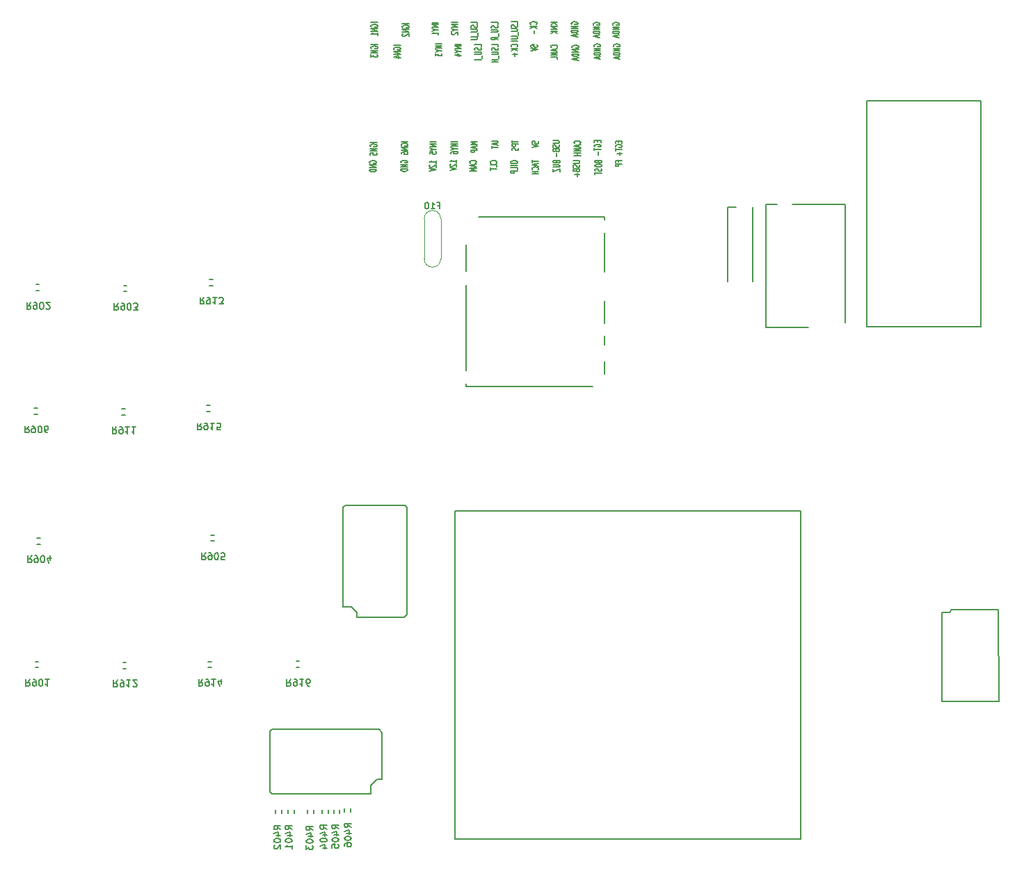
<source format=gbr>
%TF.GenerationSoftware,KiCad,Pcbnew,8.0.8*%
%TF.CreationDate,2026-02-06T22:07:44-05:00*%
%TF.ProjectId,greenecu48,67726565-6e65-4637-9534-382e6b696361,rev?*%
%TF.SameCoordinates,Original*%
%TF.FileFunction,Legend,Bot*%
%TF.FilePolarity,Positive*%
%FSLAX46Y46*%
G04 Gerber Fmt 4.6, Leading zero omitted, Abs format (unit mm)*
G04 Created by KiCad (PCBNEW 8.0.8) date 2026-02-06 22:07:44*
%MOMM*%
%LPD*%
G01*
G04 APERTURE LIST*
%ADD10C,0.127000*%
%ADD11C,0.170000*%
%ADD12C,0.200000*%
%ADD13C,0.120000*%
%ADD14C,0.203200*%
G04 APERTURE END LIST*
D10*
X151991892Y-38656447D02*
X152639511Y-38656447D01*
X152639511Y-38656447D02*
X152715701Y-38680637D01*
X152715701Y-38680637D02*
X152753797Y-38704828D01*
X152753797Y-38704828D02*
X152791892Y-38753209D01*
X152791892Y-38753209D02*
X152791892Y-38849971D01*
X152791892Y-38849971D02*
X152753797Y-38898352D01*
X152753797Y-38898352D02*
X152715701Y-38922542D01*
X152715701Y-38922542D02*
X152639511Y-38946733D01*
X152639511Y-38946733D02*
X151991892Y-38946733D01*
X152753797Y-39164446D02*
X152791892Y-39237018D01*
X152791892Y-39237018D02*
X152791892Y-39357970D01*
X152791892Y-39357970D02*
X152753797Y-39406351D01*
X152753797Y-39406351D02*
X152715701Y-39430542D01*
X152715701Y-39430542D02*
X152639511Y-39454732D01*
X152639511Y-39454732D02*
X152563320Y-39454732D01*
X152563320Y-39454732D02*
X152487130Y-39430542D01*
X152487130Y-39430542D02*
X152449035Y-39406351D01*
X152449035Y-39406351D02*
X152410939Y-39357970D01*
X152410939Y-39357970D02*
X152372844Y-39261208D01*
X152372844Y-39261208D02*
X152334749Y-39212827D01*
X152334749Y-39212827D02*
X152296654Y-39188637D01*
X152296654Y-39188637D02*
X152220463Y-39164446D01*
X152220463Y-39164446D02*
X152144273Y-39164446D01*
X152144273Y-39164446D02*
X152068082Y-39188637D01*
X152068082Y-39188637D02*
X152029987Y-39212827D01*
X152029987Y-39212827D02*
X151991892Y-39261208D01*
X151991892Y-39261208D02*
X151991892Y-39382161D01*
X151991892Y-39382161D02*
X152029987Y-39454732D01*
X152372844Y-39841780D02*
X152410939Y-39914352D01*
X152410939Y-39914352D02*
X152449035Y-39938542D01*
X152449035Y-39938542D02*
X152525225Y-39962733D01*
X152525225Y-39962733D02*
X152639511Y-39962733D01*
X152639511Y-39962733D02*
X152715701Y-39938542D01*
X152715701Y-39938542D02*
X152753797Y-39914352D01*
X152753797Y-39914352D02*
X152791892Y-39865971D01*
X152791892Y-39865971D02*
X152791892Y-39672447D01*
X152791892Y-39672447D02*
X151991892Y-39672447D01*
X151991892Y-39672447D02*
X151991892Y-39841780D01*
X151991892Y-39841780D02*
X152029987Y-39890161D01*
X152029987Y-39890161D02*
X152068082Y-39914352D01*
X152068082Y-39914352D02*
X152144273Y-39938542D01*
X152144273Y-39938542D02*
X152220463Y-39938542D01*
X152220463Y-39938542D02*
X152296654Y-39914352D01*
X152296654Y-39914352D02*
X152334749Y-39890161D01*
X152334749Y-39890161D02*
X152372844Y-39841780D01*
X152372844Y-39841780D02*
X152372844Y-39672447D01*
X152487130Y-40180447D02*
X152487130Y-40567495D01*
X143291892Y-27195113D02*
X143291892Y-26953208D01*
X143291892Y-26953208D02*
X142491892Y-26953208D01*
X143253797Y-27340255D02*
X143291892Y-27412827D01*
X143291892Y-27412827D02*
X143291892Y-27533779D01*
X143291892Y-27533779D02*
X143253797Y-27582160D01*
X143253797Y-27582160D02*
X143215701Y-27606351D01*
X143215701Y-27606351D02*
X143139511Y-27630541D01*
X143139511Y-27630541D02*
X143063320Y-27630541D01*
X143063320Y-27630541D02*
X142987130Y-27606351D01*
X142987130Y-27606351D02*
X142949035Y-27582160D01*
X142949035Y-27582160D02*
X142910939Y-27533779D01*
X142910939Y-27533779D02*
X142872844Y-27437017D01*
X142872844Y-27437017D02*
X142834749Y-27388636D01*
X142834749Y-27388636D02*
X142796654Y-27364446D01*
X142796654Y-27364446D02*
X142720463Y-27340255D01*
X142720463Y-27340255D02*
X142644273Y-27340255D01*
X142644273Y-27340255D02*
X142568082Y-27364446D01*
X142568082Y-27364446D02*
X142529987Y-27388636D01*
X142529987Y-27388636D02*
X142491892Y-27437017D01*
X142491892Y-27437017D02*
X142491892Y-27557970D01*
X142491892Y-27557970D02*
X142529987Y-27630541D01*
X142491892Y-27848256D02*
X143139511Y-27848256D01*
X143139511Y-27848256D02*
X143215701Y-27872446D01*
X143215701Y-27872446D02*
X143253797Y-27896637D01*
X143253797Y-27896637D02*
X143291892Y-27945018D01*
X143291892Y-27945018D02*
X143291892Y-28041780D01*
X143291892Y-28041780D02*
X143253797Y-28090161D01*
X143253797Y-28090161D02*
X143215701Y-28114351D01*
X143215701Y-28114351D02*
X143139511Y-28138542D01*
X143139511Y-28138542D02*
X142491892Y-28138542D01*
X143368082Y-28259494D02*
X143368082Y-28646541D01*
X143291892Y-28767494D02*
X142491892Y-28767494D01*
X130671892Y-24273494D02*
X129871892Y-24273494D01*
X129909987Y-24781494D02*
X129871892Y-24733113D01*
X129871892Y-24733113D02*
X129871892Y-24660542D01*
X129871892Y-24660542D02*
X129909987Y-24587970D01*
X129909987Y-24587970D02*
X129986177Y-24539589D01*
X129986177Y-24539589D02*
X130062368Y-24515399D01*
X130062368Y-24515399D02*
X130214749Y-24491208D01*
X130214749Y-24491208D02*
X130329035Y-24491208D01*
X130329035Y-24491208D02*
X130481416Y-24515399D01*
X130481416Y-24515399D02*
X130557606Y-24539589D01*
X130557606Y-24539589D02*
X130633797Y-24587970D01*
X130633797Y-24587970D02*
X130671892Y-24660542D01*
X130671892Y-24660542D02*
X130671892Y-24708923D01*
X130671892Y-24708923D02*
X130633797Y-24781494D01*
X130633797Y-24781494D02*
X130595701Y-24805685D01*
X130595701Y-24805685D02*
X130329035Y-24805685D01*
X130329035Y-24805685D02*
X130329035Y-24708923D01*
X130671892Y-25023399D02*
X129871892Y-25023399D01*
X129871892Y-25023399D02*
X130671892Y-25313685D01*
X130671892Y-25313685D02*
X129871892Y-25313685D01*
X130671892Y-25821684D02*
X130671892Y-25531398D01*
X130671892Y-25676541D02*
X129871892Y-25676541D01*
X129871892Y-25676541D02*
X129986177Y-25628160D01*
X129986177Y-25628160D02*
X130062368Y-25579779D01*
X130062368Y-25579779D02*
X130100463Y-25531398D01*
X152432844Y-41244732D02*
X152470939Y-41317304D01*
X152470939Y-41317304D02*
X152509035Y-41341494D01*
X152509035Y-41341494D02*
X152585225Y-41365685D01*
X152585225Y-41365685D02*
X152699511Y-41365685D01*
X152699511Y-41365685D02*
X152775701Y-41341494D01*
X152775701Y-41341494D02*
X152813797Y-41317304D01*
X152813797Y-41317304D02*
X152851892Y-41268923D01*
X152851892Y-41268923D02*
X152851892Y-41075399D01*
X152851892Y-41075399D02*
X152051892Y-41075399D01*
X152051892Y-41075399D02*
X152051892Y-41244732D01*
X152051892Y-41244732D02*
X152089987Y-41293113D01*
X152089987Y-41293113D02*
X152128082Y-41317304D01*
X152128082Y-41317304D02*
X152204273Y-41341494D01*
X152204273Y-41341494D02*
X152280463Y-41341494D01*
X152280463Y-41341494D02*
X152356654Y-41317304D01*
X152356654Y-41317304D02*
X152394749Y-41293113D01*
X152394749Y-41293113D02*
X152432844Y-41244732D01*
X152432844Y-41244732D02*
X152432844Y-41075399D01*
X152051892Y-41583399D02*
X152699511Y-41583399D01*
X152699511Y-41583399D02*
X152775701Y-41607589D01*
X152775701Y-41607589D02*
X152813797Y-41631780D01*
X152813797Y-41631780D02*
X152851892Y-41680161D01*
X152851892Y-41680161D02*
X152851892Y-41776923D01*
X152851892Y-41776923D02*
X152813797Y-41825304D01*
X152813797Y-41825304D02*
X152775701Y-41849494D01*
X152775701Y-41849494D02*
X152699511Y-41873685D01*
X152699511Y-41873685D02*
X152051892Y-41873685D01*
X152051892Y-42067208D02*
X152051892Y-42405875D01*
X152051892Y-42405875D02*
X152851892Y-42067208D01*
X152851892Y-42067208D02*
X152851892Y-42405875D01*
X147031892Y-38607969D02*
X147031892Y-38898255D01*
X147831892Y-38753112D02*
X147031892Y-38753112D01*
X147831892Y-39067589D02*
X147031892Y-39067589D01*
X147031892Y-39067589D02*
X147031892Y-39261113D01*
X147031892Y-39261113D02*
X147069987Y-39309494D01*
X147069987Y-39309494D02*
X147108082Y-39333684D01*
X147108082Y-39333684D02*
X147184273Y-39357875D01*
X147184273Y-39357875D02*
X147298558Y-39357875D01*
X147298558Y-39357875D02*
X147374749Y-39333684D01*
X147374749Y-39333684D02*
X147412844Y-39309494D01*
X147412844Y-39309494D02*
X147450939Y-39261113D01*
X147450939Y-39261113D02*
X147450939Y-39067589D01*
X147793797Y-39551398D02*
X147831892Y-39623970D01*
X147831892Y-39623970D02*
X147831892Y-39744922D01*
X147831892Y-39744922D02*
X147793797Y-39793303D01*
X147793797Y-39793303D02*
X147755701Y-39817494D01*
X147755701Y-39817494D02*
X147679511Y-39841684D01*
X147679511Y-39841684D02*
X147603320Y-39841684D01*
X147603320Y-39841684D02*
X147527130Y-39817494D01*
X147527130Y-39817494D02*
X147489035Y-39793303D01*
X147489035Y-39793303D02*
X147450939Y-39744922D01*
X147450939Y-39744922D02*
X147412844Y-39648160D01*
X147412844Y-39648160D02*
X147374749Y-39599779D01*
X147374749Y-39599779D02*
X147336654Y-39575589D01*
X147336654Y-39575589D02*
X147260463Y-39551398D01*
X147260463Y-39551398D02*
X147184273Y-39551398D01*
X147184273Y-39551398D02*
X147108082Y-39575589D01*
X147108082Y-39575589D02*
X147069987Y-39599779D01*
X147069987Y-39599779D02*
X147031892Y-39648160D01*
X147031892Y-39648160D02*
X147031892Y-39769113D01*
X147031892Y-39769113D02*
X147069987Y-39841684D01*
X137801892Y-41412445D02*
X137801892Y-41122159D01*
X137801892Y-41267302D02*
X137001892Y-41267302D01*
X137001892Y-41267302D02*
X137116177Y-41218921D01*
X137116177Y-41218921D02*
X137192368Y-41170540D01*
X137192368Y-41170540D02*
X137230463Y-41122159D01*
X137078082Y-41605969D02*
X137039987Y-41630160D01*
X137039987Y-41630160D02*
X137001892Y-41678541D01*
X137001892Y-41678541D02*
X137001892Y-41799493D01*
X137001892Y-41799493D02*
X137039987Y-41847874D01*
X137039987Y-41847874D02*
X137078082Y-41872065D01*
X137078082Y-41872065D02*
X137154273Y-41896255D01*
X137154273Y-41896255D02*
X137230463Y-41896255D01*
X137230463Y-41896255D02*
X137344749Y-41872065D01*
X137344749Y-41872065D02*
X137801892Y-41581779D01*
X137801892Y-41581779D02*
X137801892Y-41896255D01*
X137001892Y-42041398D02*
X137801892Y-42210732D01*
X137801892Y-42210732D02*
X137001892Y-42380065D01*
X160012844Y-38695780D02*
X160012844Y-38865113D01*
X160431892Y-38937685D02*
X160431892Y-38695780D01*
X160431892Y-38695780D02*
X159631892Y-38695780D01*
X159631892Y-38695780D02*
X159631892Y-38937685D01*
X159669987Y-39421494D02*
X159631892Y-39373113D01*
X159631892Y-39373113D02*
X159631892Y-39300542D01*
X159631892Y-39300542D02*
X159669987Y-39227970D01*
X159669987Y-39227970D02*
X159746177Y-39179589D01*
X159746177Y-39179589D02*
X159822368Y-39155399D01*
X159822368Y-39155399D02*
X159974749Y-39131208D01*
X159974749Y-39131208D02*
X160089035Y-39131208D01*
X160089035Y-39131208D02*
X160241416Y-39155399D01*
X160241416Y-39155399D02*
X160317606Y-39179589D01*
X160317606Y-39179589D02*
X160393797Y-39227970D01*
X160393797Y-39227970D02*
X160431892Y-39300542D01*
X160431892Y-39300542D02*
X160431892Y-39348923D01*
X160431892Y-39348923D02*
X160393797Y-39421494D01*
X160393797Y-39421494D02*
X160355701Y-39445685D01*
X160355701Y-39445685D02*
X160089035Y-39445685D01*
X160089035Y-39445685D02*
X160089035Y-39348923D01*
X159631892Y-39590827D02*
X159631892Y-39881113D01*
X160431892Y-39735970D02*
X159631892Y-39735970D01*
X160127130Y-40050447D02*
X160127130Y-40437495D01*
X160431892Y-40243971D02*
X159822368Y-40243971D01*
X159429987Y-27181875D02*
X159391892Y-27133494D01*
X159391892Y-27133494D02*
X159391892Y-27060923D01*
X159391892Y-27060923D02*
X159429987Y-26988351D01*
X159429987Y-26988351D02*
X159506177Y-26939970D01*
X159506177Y-26939970D02*
X159582368Y-26915780D01*
X159582368Y-26915780D02*
X159734749Y-26891589D01*
X159734749Y-26891589D02*
X159849035Y-26891589D01*
X159849035Y-26891589D02*
X160001416Y-26915780D01*
X160001416Y-26915780D02*
X160077606Y-26939970D01*
X160077606Y-26939970D02*
X160153797Y-26988351D01*
X160153797Y-26988351D02*
X160191892Y-27060923D01*
X160191892Y-27060923D02*
X160191892Y-27109304D01*
X160191892Y-27109304D02*
X160153797Y-27181875D01*
X160153797Y-27181875D02*
X160115701Y-27206066D01*
X160115701Y-27206066D02*
X159849035Y-27206066D01*
X159849035Y-27206066D02*
X159849035Y-27109304D01*
X160191892Y-27423780D02*
X159391892Y-27423780D01*
X159391892Y-27423780D02*
X160191892Y-27714066D01*
X160191892Y-27714066D02*
X159391892Y-27714066D01*
X160191892Y-27955970D02*
X159391892Y-27955970D01*
X159391892Y-27955970D02*
X159391892Y-28076922D01*
X159391892Y-28076922D02*
X159429987Y-28149494D01*
X159429987Y-28149494D02*
X159506177Y-28197875D01*
X159506177Y-28197875D02*
X159582368Y-28222065D01*
X159582368Y-28222065D02*
X159734749Y-28246256D01*
X159734749Y-28246256D02*
X159849035Y-28246256D01*
X159849035Y-28246256D02*
X160001416Y-28222065D01*
X160001416Y-28222065D02*
X160077606Y-28197875D01*
X160077606Y-28197875D02*
X160153797Y-28149494D01*
X160153797Y-28149494D02*
X160191892Y-28076922D01*
X160191892Y-28076922D02*
X160191892Y-27955970D01*
X159963320Y-28439779D02*
X159963320Y-28681684D01*
X160191892Y-28391398D02*
X159391892Y-28560732D01*
X159391892Y-28560732D02*
X160191892Y-28730065D01*
X142811892Y-38755399D02*
X142011892Y-38755399D01*
X142011892Y-38755399D02*
X142583320Y-38924732D01*
X142583320Y-38924732D02*
X142011892Y-39094066D01*
X142011892Y-39094066D02*
X142811892Y-39094066D01*
X142583320Y-39311779D02*
X142583320Y-39553684D01*
X142811892Y-39263398D02*
X142011892Y-39432732D01*
X142011892Y-39432732D02*
X142811892Y-39602065D01*
X142811892Y-39771399D02*
X142011892Y-39771399D01*
X142011892Y-39771399D02*
X142011892Y-39964923D01*
X142011892Y-39964923D02*
X142049987Y-40013304D01*
X142049987Y-40013304D02*
X142088082Y-40037494D01*
X142088082Y-40037494D02*
X142164273Y-40061685D01*
X142164273Y-40061685D02*
X142278558Y-40061685D01*
X142278558Y-40061685D02*
X142354749Y-40037494D01*
X142354749Y-40037494D02*
X142392844Y-40013304D01*
X142392844Y-40013304D02*
X142430939Y-39964923D01*
X142430939Y-39964923D02*
X142430939Y-39771399D01*
X145311892Y-24509018D02*
X145311892Y-24267113D01*
X145311892Y-24267113D02*
X144511892Y-24267113D01*
X145273797Y-24654160D02*
X145311892Y-24726732D01*
X145311892Y-24726732D02*
X145311892Y-24847684D01*
X145311892Y-24847684D02*
X145273797Y-24896065D01*
X145273797Y-24896065D02*
X145235701Y-24920256D01*
X145235701Y-24920256D02*
X145159511Y-24944446D01*
X145159511Y-24944446D02*
X145083320Y-24944446D01*
X145083320Y-24944446D02*
X145007130Y-24920256D01*
X145007130Y-24920256D02*
X144969035Y-24896065D01*
X144969035Y-24896065D02*
X144930939Y-24847684D01*
X144930939Y-24847684D02*
X144892844Y-24750922D01*
X144892844Y-24750922D02*
X144854749Y-24702541D01*
X144854749Y-24702541D02*
X144816654Y-24678351D01*
X144816654Y-24678351D02*
X144740463Y-24654160D01*
X144740463Y-24654160D02*
X144664273Y-24654160D01*
X144664273Y-24654160D02*
X144588082Y-24678351D01*
X144588082Y-24678351D02*
X144549987Y-24702541D01*
X144549987Y-24702541D02*
X144511892Y-24750922D01*
X144511892Y-24750922D02*
X144511892Y-24871875D01*
X144511892Y-24871875D02*
X144549987Y-24944446D01*
X144511892Y-25162161D02*
X145159511Y-25162161D01*
X145159511Y-25162161D02*
X145235701Y-25186351D01*
X145235701Y-25186351D02*
X145273797Y-25210542D01*
X145273797Y-25210542D02*
X145311892Y-25258923D01*
X145311892Y-25258923D02*
X145311892Y-25355685D01*
X145311892Y-25355685D02*
X145273797Y-25404066D01*
X145273797Y-25404066D02*
X145235701Y-25428256D01*
X145235701Y-25428256D02*
X145159511Y-25452447D01*
X145159511Y-25452447D02*
X144511892Y-25452447D01*
X145388082Y-25573399D02*
X145388082Y-25960446D01*
X145311892Y-26371685D02*
X144930939Y-26202351D01*
X145311892Y-26081399D02*
X144511892Y-26081399D01*
X144511892Y-26081399D02*
X144511892Y-26274923D01*
X144511892Y-26274923D02*
X144549987Y-26323304D01*
X144549987Y-26323304D02*
X144588082Y-26347494D01*
X144588082Y-26347494D02*
X144664273Y-26371685D01*
X144664273Y-26371685D02*
X144778558Y-26371685D01*
X144778558Y-26371685D02*
X144854749Y-26347494D01*
X144854749Y-26347494D02*
X144892844Y-26323304D01*
X144892844Y-26323304D02*
X144930939Y-26274923D01*
X144930939Y-26274923D02*
X144930939Y-26081399D01*
X138101892Y-24286065D02*
X137301892Y-24286065D01*
X138101892Y-24527970D02*
X137301892Y-24527970D01*
X137301892Y-24527970D02*
X138101892Y-24818256D01*
X138101892Y-24818256D02*
X137301892Y-24818256D01*
X137720939Y-25156922D02*
X138101892Y-25156922D01*
X137301892Y-24987588D02*
X137720939Y-25156922D01*
X137720939Y-25156922D02*
X137301892Y-25326255D01*
X138101892Y-25761684D02*
X138101892Y-25471398D01*
X138101892Y-25616541D02*
X137301892Y-25616541D01*
X137301892Y-25616541D02*
X137416177Y-25568160D01*
X137416177Y-25568160D02*
X137492368Y-25519779D01*
X137492368Y-25519779D02*
X137530463Y-25471398D01*
X154379987Y-27311875D02*
X154341892Y-27263494D01*
X154341892Y-27263494D02*
X154341892Y-27190923D01*
X154341892Y-27190923D02*
X154379987Y-27118351D01*
X154379987Y-27118351D02*
X154456177Y-27069970D01*
X154456177Y-27069970D02*
X154532368Y-27045780D01*
X154532368Y-27045780D02*
X154684749Y-27021589D01*
X154684749Y-27021589D02*
X154799035Y-27021589D01*
X154799035Y-27021589D02*
X154951416Y-27045780D01*
X154951416Y-27045780D02*
X155027606Y-27069970D01*
X155027606Y-27069970D02*
X155103797Y-27118351D01*
X155103797Y-27118351D02*
X155141892Y-27190923D01*
X155141892Y-27190923D02*
X155141892Y-27239304D01*
X155141892Y-27239304D02*
X155103797Y-27311875D01*
X155103797Y-27311875D02*
X155065701Y-27336066D01*
X155065701Y-27336066D02*
X154799035Y-27336066D01*
X154799035Y-27336066D02*
X154799035Y-27239304D01*
X155141892Y-27553780D02*
X154341892Y-27553780D01*
X154341892Y-27553780D02*
X155141892Y-27844066D01*
X155141892Y-27844066D02*
X154341892Y-27844066D01*
X155141892Y-28085970D02*
X154341892Y-28085970D01*
X154341892Y-28085970D02*
X154341892Y-28206922D01*
X154341892Y-28206922D02*
X154379987Y-28279494D01*
X154379987Y-28279494D02*
X154456177Y-28327875D01*
X154456177Y-28327875D02*
X154532368Y-28352065D01*
X154532368Y-28352065D02*
X154684749Y-28376256D01*
X154684749Y-28376256D02*
X154799035Y-28376256D01*
X154799035Y-28376256D02*
X154951416Y-28352065D01*
X154951416Y-28352065D02*
X155027606Y-28327875D01*
X155027606Y-28327875D02*
X155103797Y-28279494D01*
X155103797Y-28279494D02*
X155141892Y-28206922D01*
X155141892Y-28206922D02*
X155141892Y-28085970D01*
X154913320Y-28569779D02*
X154913320Y-28811684D01*
X155141892Y-28521398D02*
X154341892Y-28690732D01*
X154341892Y-28690732D02*
X155141892Y-28860065D01*
X149341892Y-27232065D02*
X149341892Y-26990160D01*
X149341892Y-26990160D02*
X149722844Y-26965969D01*
X149722844Y-26965969D02*
X149684749Y-26990160D01*
X149684749Y-26990160D02*
X149646654Y-27038541D01*
X149646654Y-27038541D02*
X149646654Y-27159493D01*
X149646654Y-27159493D02*
X149684749Y-27207874D01*
X149684749Y-27207874D02*
X149722844Y-27232065D01*
X149722844Y-27232065D02*
X149799035Y-27256255D01*
X149799035Y-27256255D02*
X149989511Y-27256255D01*
X149989511Y-27256255D02*
X150065701Y-27232065D01*
X150065701Y-27232065D02*
X150103797Y-27207874D01*
X150103797Y-27207874D02*
X150141892Y-27159493D01*
X150141892Y-27159493D02*
X150141892Y-27038541D01*
X150141892Y-27038541D02*
X150103797Y-26990160D01*
X150103797Y-26990160D02*
X150065701Y-26965969D01*
X149341892Y-27401398D02*
X150141892Y-27570732D01*
X150141892Y-27570732D02*
X149341892Y-27740065D01*
X157512844Y-41217684D02*
X157550939Y-41290256D01*
X157550939Y-41290256D02*
X157589035Y-41314446D01*
X157589035Y-41314446D02*
X157665225Y-41338637D01*
X157665225Y-41338637D02*
X157779511Y-41338637D01*
X157779511Y-41338637D02*
X157855701Y-41314446D01*
X157855701Y-41314446D02*
X157893797Y-41290256D01*
X157893797Y-41290256D02*
X157931892Y-41241875D01*
X157931892Y-41241875D02*
X157931892Y-41048351D01*
X157931892Y-41048351D02*
X157131892Y-41048351D01*
X157131892Y-41048351D02*
X157131892Y-41217684D01*
X157131892Y-41217684D02*
X157169987Y-41266065D01*
X157169987Y-41266065D02*
X157208082Y-41290256D01*
X157208082Y-41290256D02*
X157284273Y-41314446D01*
X157284273Y-41314446D02*
X157360463Y-41314446D01*
X157360463Y-41314446D02*
X157436654Y-41290256D01*
X157436654Y-41290256D02*
X157474749Y-41266065D01*
X157474749Y-41266065D02*
X157512844Y-41217684D01*
X157512844Y-41217684D02*
X157512844Y-41048351D01*
X157131892Y-41653113D02*
X157131892Y-41749875D01*
X157131892Y-41749875D02*
X157169987Y-41798256D01*
X157169987Y-41798256D02*
X157246177Y-41846637D01*
X157246177Y-41846637D02*
X157398558Y-41870827D01*
X157398558Y-41870827D02*
X157665225Y-41870827D01*
X157665225Y-41870827D02*
X157817606Y-41846637D01*
X157817606Y-41846637D02*
X157893797Y-41798256D01*
X157893797Y-41798256D02*
X157931892Y-41749875D01*
X157931892Y-41749875D02*
X157931892Y-41653113D01*
X157931892Y-41653113D02*
X157893797Y-41604732D01*
X157893797Y-41604732D02*
X157817606Y-41556351D01*
X157817606Y-41556351D02*
X157665225Y-41532160D01*
X157665225Y-41532160D02*
X157398558Y-41532160D01*
X157398558Y-41532160D02*
X157246177Y-41556351D01*
X157246177Y-41556351D02*
X157169987Y-41604732D01*
X157169987Y-41604732D02*
X157131892Y-41653113D01*
X157893797Y-42064350D02*
X157931892Y-42136922D01*
X157931892Y-42136922D02*
X157931892Y-42257874D01*
X157931892Y-42257874D02*
X157893797Y-42306255D01*
X157893797Y-42306255D02*
X157855701Y-42330446D01*
X157855701Y-42330446D02*
X157779511Y-42354636D01*
X157779511Y-42354636D02*
X157703320Y-42354636D01*
X157703320Y-42354636D02*
X157627130Y-42330446D01*
X157627130Y-42330446D02*
X157589035Y-42306255D01*
X157589035Y-42306255D02*
X157550939Y-42257874D01*
X157550939Y-42257874D02*
X157512844Y-42161112D01*
X157512844Y-42161112D02*
X157474749Y-42112731D01*
X157474749Y-42112731D02*
X157436654Y-42088541D01*
X157436654Y-42088541D02*
X157360463Y-42064350D01*
X157360463Y-42064350D02*
X157284273Y-42064350D01*
X157284273Y-42064350D02*
X157208082Y-42088541D01*
X157208082Y-42088541D02*
X157169987Y-42112731D01*
X157169987Y-42112731D02*
X157131892Y-42161112D01*
X157131892Y-42161112D02*
X157131892Y-42282065D01*
X157131892Y-42282065D02*
X157169987Y-42354636D01*
X157131892Y-42499779D02*
X157131892Y-42790065D01*
X157931892Y-42644922D02*
X157131892Y-42644922D01*
X154491892Y-41096447D02*
X155139511Y-41096447D01*
X155139511Y-41096447D02*
X155215701Y-41120637D01*
X155215701Y-41120637D02*
X155253797Y-41144828D01*
X155253797Y-41144828D02*
X155291892Y-41193209D01*
X155291892Y-41193209D02*
X155291892Y-41289971D01*
X155291892Y-41289971D02*
X155253797Y-41338352D01*
X155253797Y-41338352D02*
X155215701Y-41362542D01*
X155215701Y-41362542D02*
X155139511Y-41386733D01*
X155139511Y-41386733D02*
X154491892Y-41386733D01*
X155253797Y-41604446D02*
X155291892Y-41677018D01*
X155291892Y-41677018D02*
X155291892Y-41797970D01*
X155291892Y-41797970D02*
X155253797Y-41846351D01*
X155253797Y-41846351D02*
X155215701Y-41870542D01*
X155215701Y-41870542D02*
X155139511Y-41894732D01*
X155139511Y-41894732D02*
X155063320Y-41894732D01*
X155063320Y-41894732D02*
X154987130Y-41870542D01*
X154987130Y-41870542D02*
X154949035Y-41846351D01*
X154949035Y-41846351D02*
X154910939Y-41797970D01*
X154910939Y-41797970D02*
X154872844Y-41701208D01*
X154872844Y-41701208D02*
X154834749Y-41652827D01*
X154834749Y-41652827D02*
X154796654Y-41628637D01*
X154796654Y-41628637D02*
X154720463Y-41604446D01*
X154720463Y-41604446D02*
X154644273Y-41604446D01*
X154644273Y-41604446D02*
X154568082Y-41628637D01*
X154568082Y-41628637D02*
X154529987Y-41652827D01*
X154529987Y-41652827D02*
X154491892Y-41701208D01*
X154491892Y-41701208D02*
X154491892Y-41822161D01*
X154491892Y-41822161D02*
X154529987Y-41894732D01*
X154872844Y-42281780D02*
X154910939Y-42354352D01*
X154910939Y-42354352D02*
X154949035Y-42378542D01*
X154949035Y-42378542D02*
X155025225Y-42402733D01*
X155025225Y-42402733D02*
X155139511Y-42402733D01*
X155139511Y-42402733D02*
X155215701Y-42378542D01*
X155215701Y-42378542D02*
X155253797Y-42354352D01*
X155253797Y-42354352D02*
X155291892Y-42305971D01*
X155291892Y-42305971D02*
X155291892Y-42112447D01*
X155291892Y-42112447D02*
X154491892Y-42112447D01*
X154491892Y-42112447D02*
X154491892Y-42281780D01*
X154491892Y-42281780D02*
X154529987Y-42330161D01*
X154529987Y-42330161D02*
X154568082Y-42354352D01*
X154568082Y-42354352D02*
X154644273Y-42378542D01*
X154644273Y-42378542D02*
X154720463Y-42378542D01*
X154720463Y-42378542D02*
X154796654Y-42354352D01*
X154796654Y-42354352D02*
X154834749Y-42330161D01*
X154834749Y-42330161D02*
X154872844Y-42281780D01*
X154872844Y-42281780D02*
X154872844Y-42112447D01*
X154987130Y-42620447D02*
X154987130Y-43007495D01*
X155291892Y-42813971D02*
X154682368Y-42813971D01*
X156939987Y-24561875D02*
X156901892Y-24513494D01*
X156901892Y-24513494D02*
X156901892Y-24440923D01*
X156901892Y-24440923D02*
X156939987Y-24368351D01*
X156939987Y-24368351D02*
X157016177Y-24319970D01*
X157016177Y-24319970D02*
X157092368Y-24295780D01*
X157092368Y-24295780D02*
X157244749Y-24271589D01*
X157244749Y-24271589D02*
X157359035Y-24271589D01*
X157359035Y-24271589D02*
X157511416Y-24295780D01*
X157511416Y-24295780D02*
X157587606Y-24319970D01*
X157587606Y-24319970D02*
X157663797Y-24368351D01*
X157663797Y-24368351D02*
X157701892Y-24440923D01*
X157701892Y-24440923D02*
X157701892Y-24489304D01*
X157701892Y-24489304D02*
X157663797Y-24561875D01*
X157663797Y-24561875D02*
X157625701Y-24586066D01*
X157625701Y-24586066D02*
X157359035Y-24586066D01*
X157359035Y-24586066D02*
X157359035Y-24489304D01*
X157701892Y-24803780D02*
X156901892Y-24803780D01*
X156901892Y-24803780D02*
X157701892Y-25094066D01*
X157701892Y-25094066D02*
X156901892Y-25094066D01*
X157701892Y-25335970D02*
X156901892Y-25335970D01*
X156901892Y-25335970D02*
X156901892Y-25456922D01*
X156901892Y-25456922D02*
X156939987Y-25529494D01*
X156939987Y-25529494D02*
X157016177Y-25577875D01*
X157016177Y-25577875D02*
X157092368Y-25602065D01*
X157092368Y-25602065D02*
X157244749Y-25626256D01*
X157244749Y-25626256D02*
X157359035Y-25626256D01*
X157359035Y-25626256D02*
X157511416Y-25602065D01*
X157511416Y-25602065D02*
X157587606Y-25577875D01*
X157587606Y-25577875D02*
X157663797Y-25529494D01*
X157663797Y-25529494D02*
X157701892Y-25456922D01*
X157701892Y-25456922D02*
X157701892Y-25335970D01*
X157473320Y-25819779D02*
X157473320Y-26061684D01*
X157701892Y-25771398D02*
X156901892Y-25940732D01*
X156901892Y-25940732D02*
X157701892Y-26110065D01*
X155305701Y-38991876D02*
X155343797Y-38967685D01*
X155343797Y-38967685D02*
X155381892Y-38895114D01*
X155381892Y-38895114D02*
X155381892Y-38846733D01*
X155381892Y-38846733D02*
X155343797Y-38774161D01*
X155343797Y-38774161D02*
X155267606Y-38725780D01*
X155267606Y-38725780D02*
X155191416Y-38701590D01*
X155191416Y-38701590D02*
X155039035Y-38677399D01*
X155039035Y-38677399D02*
X154924749Y-38677399D01*
X154924749Y-38677399D02*
X154772368Y-38701590D01*
X154772368Y-38701590D02*
X154696177Y-38725780D01*
X154696177Y-38725780D02*
X154619987Y-38774161D01*
X154619987Y-38774161D02*
X154581892Y-38846733D01*
X154581892Y-38846733D02*
X154581892Y-38895114D01*
X154581892Y-38895114D02*
X154619987Y-38967685D01*
X154619987Y-38967685D02*
X154658082Y-38991876D01*
X155153320Y-39185399D02*
X155153320Y-39427304D01*
X155381892Y-39137018D02*
X154581892Y-39306352D01*
X154581892Y-39306352D02*
X155381892Y-39475685D01*
X155381892Y-39645019D02*
X154581892Y-39645019D01*
X154581892Y-39645019D02*
X155381892Y-39935305D01*
X155381892Y-39935305D02*
X154581892Y-39935305D01*
X155381892Y-40177209D02*
X154581892Y-40177209D01*
X154962844Y-40177209D02*
X154962844Y-40467495D01*
X155381892Y-40467495D02*
X154581892Y-40467495D01*
X157059987Y-27181875D02*
X157021892Y-27133494D01*
X157021892Y-27133494D02*
X157021892Y-27060923D01*
X157021892Y-27060923D02*
X157059987Y-26988351D01*
X157059987Y-26988351D02*
X157136177Y-26939970D01*
X157136177Y-26939970D02*
X157212368Y-26915780D01*
X157212368Y-26915780D02*
X157364749Y-26891589D01*
X157364749Y-26891589D02*
X157479035Y-26891589D01*
X157479035Y-26891589D02*
X157631416Y-26915780D01*
X157631416Y-26915780D02*
X157707606Y-26939970D01*
X157707606Y-26939970D02*
X157783797Y-26988351D01*
X157783797Y-26988351D02*
X157821892Y-27060923D01*
X157821892Y-27060923D02*
X157821892Y-27109304D01*
X157821892Y-27109304D02*
X157783797Y-27181875D01*
X157783797Y-27181875D02*
X157745701Y-27206066D01*
X157745701Y-27206066D02*
X157479035Y-27206066D01*
X157479035Y-27206066D02*
X157479035Y-27109304D01*
X157821892Y-27423780D02*
X157021892Y-27423780D01*
X157021892Y-27423780D02*
X157821892Y-27714066D01*
X157821892Y-27714066D02*
X157021892Y-27714066D01*
X157821892Y-27955970D02*
X157021892Y-27955970D01*
X157021892Y-27955970D02*
X157021892Y-28076922D01*
X157021892Y-28076922D02*
X157059987Y-28149494D01*
X157059987Y-28149494D02*
X157136177Y-28197875D01*
X157136177Y-28197875D02*
X157212368Y-28222065D01*
X157212368Y-28222065D02*
X157364749Y-28246256D01*
X157364749Y-28246256D02*
X157479035Y-28246256D01*
X157479035Y-28246256D02*
X157631416Y-28222065D01*
X157631416Y-28222065D02*
X157707606Y-28197875D01*
X157707606Y-28197875D02*
X157783797Y-28149494D01*
X157783797Y-28149494D02*
X157821892Y-28076922D01*
X157821892Y-28076922D02*
X157821892Y-27955970D01*
X157593320Y-28439779D02*
X157593320Y-28681684D01*
X157821892Y-28391398D02*
X157021892Y-28560732D01*
X157021892Y-28560732D02*
X157821892Y-28730065D01*
X152505701Y-27302828D02*
X152543797Y-27278637D01*
X152543797Y-27278637D02*
X152581892Y-27206066D01*
X152581892Y-27206066D02*
X152581892Y-27157685D01*
X152581892Y-27157685D02*
X152543797Y-27085113D01*
X152543797Y-27085113D02*
X152467606Y-27036732D01*
X152467606Y-27036732D02*
X152391416Y-27012542D01*
X152391416Y-27012542D02*
X152239035Y-26988351D01*
X152239035Y-26988351D02*
X152124749Y-26988351D01*
X152124749Y-26988351D02*
X151972368Y-27012542D01*
X151972368Y-27012542D02*
X151896177Y-27036732D01*
X151896177Y-27036732D02*
X151819987Y-27085113D01*
X151819987Y-27085113D02*
X151781892Y-27157685D01*
X151781892Y-27157685D02*
X151781892Y-27206066D01*
X151781892Y-27206066D02*
X151819987Y-27278637D01*
X151819987Y-27278637D02*
X151858082Y-27302828D01*
X152353320Y-27496351D02*
X152353320Y-27738256D01*
X152581892Y-27447970D02*
X151781892Y-27617304D01*
X151781892Y-27617304D02*
X152581892Y-27786637D01*
X152581892Y-27955971D02*
X151781892Y-27955971D01*
X151781892Y-27955971D02*
X152581892Y-28246257D01*
X152581892Y-28246257D02*
X151781892Y-28246257D01*
X152581892Y-28730066D02*
X152581892Y-28488161D01*
X152581892Y-28488161D02*
X151781892Y-28488161D01*
X130571892Y-38853494D02*
X129771892Y-38853494D01*
X129809987Y-39361494D02*
X129771892Y-39313113D01*
X129771892Y-39313113D02*
X129771892Y-39240542D01*
X129771892Y-39240542D02*
X129809987Y-39167970D01*
X129809987Y-39167970D02*
X129886177Y-39119589D01*
X129886177Y-39119589D02*
X129962368Y-39095399D01*
X129962368Y-39095399D02*
X130114749Y-39071208D01*
X130114749Y-39071208D02*
X130229035Y-39071208D01*
X130229035Y-39071208D02*
X130381416Y-39095399D01*
X130381416Y-39095399D02*
X130457606Y-39119589D01*
X130457606Y-39119589D02*
X130533797Y-39167970D01*
X130533797Y-39167970D02*
X130571892Y-39240542D01*
X130571892Y-39240542D02*
X130571892Y-39288923D01*
X130571892Y-39288923D02*
X130533797Y-39361494D01*
X130533797Y-39361494D02*
X130495701Y-39385685D01*
X130495701Y-39385685D02*
X130229035Y-39385685D01*
X130229035Y-39385685D02*
X130229035Y-39288923D01*
X130571892Y-39603399D02*
X129771892Y-39603399D01*
X129771892Y-39603399D02*
X130571892Y-39893685D01*
X130571892Y-39893685D02*
X129771892Y-39893685D01*
X129771892Y-40377494D02*
X129771892Y-40135589D01*
X129771892Y-40135589D02*
X130152844Y-40111398D01*
X130152844Y-40111398D02*
X130114749Y-40135589D01*
X130114749Y-40135589D02*
X130076654Y-40183970D01*
X130076654Y-40183970D02*
X130076654Y-40304922D01*
X130076654Y-40304922D02*
X130114749Y-40353303D01*
X130114749Y-40353303D02*
X130152844Y-40377494D01*
X130152844Y-40377494D02*
X130229035Y-40401684D01*
X130229035Y-40401684D02*
X130419511Y-40401684D01*
X130419511Y-40401684D02*
X130495701Y-40377494D01*
X130495701Y-40377494D02*
X130533797Y-40353303D01*
X130533797Y-40353303D02*
X130571892Y-40304922D01*
X130571892Y-40304922D02*
X130571892Y-40183970D01*
X130571892Y-40183970D02*
X130533797Y-40135589D01*
X130533797Y-40135589D02*
X130495701Y-40111398D01*
X145361892Y-38685017D02*
X144561892Y-38685017D01*
X145133320Y-38902731D02*
X145133320Y-39144636D01*
X145361892Y-38854350D02*
X144561892Y-39023684D01*
X144561892Y-39023684D02*
X145361892Y-39193017D01*
X144561892Y-39289779D02*
X144561892Y-39580065D01*
X145361892Y-39434922D02*
X144561892Y-39434922D01*
X140411892Y-38766065D02*
X139611892Y-38766065D01*
X140411892Y-39007970D02*
X139611892Y-39007970D01*
X139611892Y-39007970D02*
X140411892Y-39298256D01*
X140411892Y-39298256D02*
X139611892Y-39298256D01*
X140030939Y-39636922D02*
X140411892Y-39636922D01*
X139611892Y-39467588D02*
X140030939Y-39636922D01*
X140030939Y-39636922D02*
X139611892Y-39806255D01*
X139611892Y-40193303D02*
X139611892Y-40096541D01*
X139611892Y-40096541D02*
X139649987Y-40048160D01*
X139649987Y-40048160D02*
X139688082Y-40023970D01*
X139688082Y-40023970D02*
X139802368Y-39975589D01*
X139802368Y-39975589D02*
X139954749Y-39951398D01*
X139954749Y-39951398D02*
X140259511Y-39951398D01*
X140259511Y-39951398D02*
X140335701Y-39975589D01*
X140335701Y-39975589D02*
X140373797Y-39999779D01*
X140373797Y-39999779D02*
X140411892Y-40048160D01*
X140411892Y-40048160D02*
X140411892Y-40144922D01*
X140411892Y-40144922D02*
X140373797Y-40193303D01*
X140373797Y-40193303D02*
X140335701Y-40217494D01*
X140335701Y-40217494D02*
X140259511Y-40241684D01*
X140259511Y-40241684D02*
X140069035Y-40241684D01*
X140069035Y-40241684D02*
X139992844Y-40217494D01*
X139992844Y-40217494D02*
X139954749Y-40193303D01*
X139954749Y-40193303D02*
X139916654Y-40144922D01*
X139916654Y-40144922D02*
X139916654Y-40048160D01*
X139916654Y-40048160D02*
X139954749Y-39999779D01*
X139954749Y-39999779D02*
X139992844Y-39975589D01*
X139992844Y-39975589D02*
X140069035Y-39951398D01*
X140471892Y-24256065D02*
X139671892Y-24256065D01*
X140471892Y-24497970D02*
X139671892Y-24497970D01*
X139671892Y-24497970D02*
X140471892Y-24788256D01*
X140471892Y-24788256D02*
X139671892Y-24788256D01*
X140090939Y-25126922D02*
X140471892Y-25126922D01*
X139671892Y-24957588D02*
X140090939Y-25126922D01*
X140090939Y-25126922D02*
X139671892Y-25296255D01*
X139748082Y-25441398D02*
X139709987Y-25465589D01*
X139709987Y-25465589D02*
X139671892Y-25513970D01*
X139671892Y-25513970D02*
X139671892Y-25634922D01*
X139671892Y-25634922D02*
X139709987Y-25683303D01*
X139709987Y-25683303D02*
X139748082Y-25707494D01*
X139748082Y-25707494D02*
X139824273Y-25731684D01*
X139824273Y-25731684D02*
X139900463Y-25731684D01*
X139900463Y-25731684D02*
X140014749Y-25707494D01*
X140014749Y-25707494D02*
X140471892Y-25417208D01*
X140471892Y-25417208D02*
X140471892Y-25731684D01*
X145125701Y-41403399D02*
X145163797Y-41379208D01*
X145163797Y-41379208D02*
X145201892Y-41306637D01*
X145201892Y-41306637D02*
X145201892Y-41258256D01*
X145201892Y-41258256D02*
X145163797Y-41185684D01*
X145163797Y-41185684D02*
X145087606Y-41137303D01*
X145087606Y-41137303D02*
X145011416Y-41113113D01*
X145011416Y-41113113D02*
X144859035Y-41088922D01*
X144859035Y-41088922D02*
X144744749Y-41088922D01*
X144744749Y-41088922D02*
X144592368Y-41113113D01*
X144592368Y-41113113D02*
X144516177Y-41137303D01*
X144516177Y-41137303D02*
X144439987Y-41185684D01*
X144439987Y-41185684D02*
X144401892Y-41258256D01*
X144401892Y-41258256D02*
X144401892Y-41306637D01*
X144401892Y-41306637D02*
X144439987Y-41379208D01*
X144439987Y-41379208D02*
X144478082Y-41403399D01*
X145201892Y-41863018D02*
X145201892Y-41621113D01*
X145201892Y-41621113D02*
X144401892Y-41621113D01*
X144401892Y-41959779D02*
X144401892Y-42250065D01*
X145201892Y-42104922D02*
X144401892Y-42104922D01*
X147741892Y-24372923D02*
X147741892Y-24131018D01*
X147741892Y-24131018D02*
X146941892Y-24131018D01*
X147703797Y-24518065D02*
X147741892Y-24590637D01*
X147741892Y-24590637D02*
X147741892Y-24711589D01*
X147741892Y-24711589D02*
X147703797Y-24759970D01*
X147703797Y-24759970D02*
X147665701Y-24784161D01*
X147665701Y-24784161D02*
X147589511Y-24808351D01*
X147589511Y-24808351D02*
X147513320Y-24808351D01*
X147513320Y-24808351D02*
X147437130Y-24784161D01*
X147437130Y-24784161D02*
X147399035Y-24759970D01*
X147399035Y-24759970D02*
X147360939Y-24711589D01*
X147360939Y-24711589D02*
X147322844Y-24614827D01*
X147322844Y-24614827D02*
X147284749Y-24566446D01*
X147284749Y-24566446D02*
X147246654Y-24542256D01*
X147246654Y-24542256D02*
X147170463Y-24518065D01*
X147170463Y-24518065D02*
X147094273Y-24518065D01*
X147094273Y-24518065D02*
X147018082Y-24542256D01*
X147018082Y-24542256D02*
X146979987Y-24566446D01*
X146979987Y-24566446D02*
X146941892Y-24614827D01*
X146941892Y-24614827D02*
X146941892Y-24735780D01*
X146941892Y-24735780D02*
X146979987Y-24808351D01*
X146941892Y-25026066D02*
X147589511Y-25026066D01*
X147589511Y-25026066D02*
X147665701Y-25050256D01*
X147665701Y-25050256D02*
X147703797Y-25074447D01*
X147703797Y-25074447D02*
X147741892Y-25122828D01*
X147741892Y-25122828D02*
X147741892Y-25219590D01*
X147741892Y-25219590D02*
X147703797Y-25267971D01*
X147703797Y-25267971D02*
X147665701Y-25292161D01*
X147665701Y-25292161D02*
X147589511Y-25316352D01*
X147589511Y-25316352D02*
X146941892Y-25316352D01*
X147818082Y-25437304D02*
X147818082Y-25824351D01*
X146941892Y-25945304D02*
X147589511Y-25945304D01*
X147589511Y-25945304D02*
X147665701Y-25969494D01*
X147665701Y-25969494D02*
X147703797Y-25993685D01*
X147703797Y-25993685D02*
X147741892Y-26042066D01*
X147741892Y-26042066D02*
X147741892Y-26138828D01*
X147741892Y-26138828D02*
X147703797Y-26187209D01*
X147703797Y-26187209D02*
X147665701Y-26211399D01*
X147665701Y-26211399D02*
X147589511Y-26235590D01*
X147589511Y-26235590D02*
X146941892Y-26235590D01*
X147741892Y-26477494D02*
X146941892Y-26477494D01*
X147635701Y-27234733D02*
X147673797Y-27210542D01*
X147673797Y-27210542D02*
X147711892Y-27137971D01*
X147711892Y-27137971D02*
X147711892Y-27089590D01*
X147711892Y-27089590D02*
X147673797Y-27017018D01*
X147673797Y-27017018D02*
X147597606Y-26968637D01*
X147597606Y-26968637D02*
X147521416Y-26944447D01*
X147521416Y-26944447D02*
X147369035Y-26920256D01*
X147369035Y-26920256D02*
X147254749Y-26920256D01*
X147254749Y-26920256D02*
X147102368Y-26944447D01*
X147102368Y-26944447D02*
X147026177Y-26968637D01*
X147026177Y-26968637D02*
X146949987Y-27017018D01*
X146949987Y-27017018D02*
X146911892Y-27089590D01*
X146911892Y-27089590D02*
X146911892Y-27137971D01*
X146911892Y-27137971D02*
X146949987Y-27210542D01*
X146949987Y-27210542D02*
X146988082Y-27234733D01*
X147711892Y-27452447D02*
X146911892Y-27452447D01*
X147711892Y-27742733D02*
X147254749Y-27525018D01*
X146911892Y-27742733D02*
X147369035Y-27452447D01*
X147407130Y-27960447D02*
X147407130Y-28347495D01*
X147711892Y-28153971D02*
X147102368Y-28153971D01*
X142625701Y-41385685D02*
X142663797Y-41361494D01*
X142663797Y-41361494D02*
X142701892Y-41288923D01*
X142701892Y-41288923D02*
X142701892Y-41240542D01*
X142701892Y-41240542D02*
X142663797Y-41167970D01*
X142663797Y-41167970D02*
X142587606Y-41119589D01*
X142587606Y-41119589D02*
X142511416Y-41095399D01*
X142511416Y-41095399D02*
X142359035Y-41071208D01*
X142359035Y-41071208D02*
X142244749Y-41071208D01*
X142244749Y-41071208D02*
X142092368Y-41095399D01*
X142092368Y-41095399D02*
X142016177Y-41119589D01*
X142016177Y-41119589D02*
X141939987Y-41167970D01*
X141939987Y-41167970D02*
X141901892Y-41240542D01*
X141901892Y-41240542D02*
X141901892Y-41288923D01*
X141901892Y-41288923D02*
X141939987Y-41361494D01*
X141939987Y-41361494D02*
X141978082Y-41385685D01*
X142473320Y-41579208D02*
X142473320Y-41821113D01*
X142701892Y-41530827D02*
X141901892Y-41700161D01*
X141901892Y-41700161D02*
X142701892Y-41869494D01*
X142701892Y-42038828D02*
X141901892Y-42038828D01*
X141901892Y-42038828D02*
X142473320Y-42208161D01*
X142473320Y-42208161D02*
X141901892Y-42377495D01*
X141901892Y-42377495D02*
X142701892Y-42377495D01*
X149975701Y-24484733D02*
X150013797Y-24460542D01*
X150013797Y-24460542D02*
X150051892Y-24387971D01*
X150051892Y-24387971D02*
X150051892Y-24339590D01*
X150051892Y-24339590D02*
X150013797Y-24267018D01*
X150013797Y-24267018D02*
X149937606Y-24218637D01*
X149937606Y-24218637D02*
X149861416Y-24194447D01*
X149861416Y-24194447D02*
X149709035Y-24170256D01*
X149709035Y-24170256D02*
X149594749Y-24170256D01*
X149594749Y-24170256D02*
X149442368Y-24194447D01*
X149442368Y-24194447D02*
X149366177Y-24218637D01*
X149366177Y-24218637D02*
X149289987Y-24267018D01*
X149289987Y-24267018D02*
X149251892Y-24339590D01*
X149251892Y-24339590D02*
X149251892Y-24387971D01*
X149251892Y-24387971D02*
X149289987Y-24460542D01*
X149289987Y-24460542D02*
X149328082Y-24484733D01*
X150051892Y-24702447D02*
X149251892Y-24702447D01*
X150051892Y-24992733D02*
X149594749Y-24775018D01*
X149251892Y-24992733D02*
X149709035Y-24702447D01*
X149747130Y-25210447D02*
X149747130Y-25597495D01*
X133461892Y-27053494D02*
X132661892Y-27053494D01*
X132699987Y-27561494D02*
X132661892Y-27513113D01*
X132661892Y-27513113D02*
X132661892Y-27440542D01*
X132661892Y-27440542D02*
X132699987Y-27367970D01*
X132699987Y-27367970D02*
X132776177Y-27319589D01*
X132776177Y-27319589D02*
X132852368Y-27295399D01*
X132852368Y-27295399D02*
X133004749Y-27271208D01*
X133004749Y-27271208D02*
X133119035Y-27271208D01*
X133119035Y-27271208D02*
X133271416Y-27295399D01*
X133271416Y-27295399D02*
X133347606Y-27319589D01*
X133347606Y-27319589D02*
X133423797Y-27367970D01*
X133423797Y-27367970D02*
X133461892Y-27440542D01*
X133461892Y-27440542D02*
X133461892Y-27488923D01*
X133461892Y-27488923D02*
X133423797Y-27561494D01*
X133423797Y-27561494D02*
X133385701Y-27585685D01*
X133385701Y-27585685D02*
X133119035Y-27585685D01*
X133119035Y-27585685D02*
X133119035Y-27488923D01*
X133461892Y-27803399D02*
X132661892Y-27803399D01*
X132661892Y-27803399D02*
X133461892Y-28093685D01*
X133461892Y-28093685D02*
X132661892Y-28093685D01*
X132928558Y-28553303D02*
X133461892Y-28553303D01*
X132623797Y-28432351D02*
X133195225Y-28311398D01*
X133195225Y-28311398D02*
X133195225Y-28625875D01*
X134481892Y-24363494D02*
X133681892Y-24363494D01*
X133719987Y-24871494D02*
X133681892Y-24823113D01*
X133681892Y-24823113D02*
X133681892Y-24750542D01*
X133681892Y-24750542D02*
X133719987Y-24677970D01*
X133719987Y-24677970D02*
X133796177Y-24629589D01*
X133796177Y-24629589D02*
X133872368Y-24605399D01*
X133872368Y-24605399D02*
X134024749Y-24581208D01*
X134024749Y-24581208D02*
X134139035Y-24581208D01*
X134139035Y-24581208D02*
X134291416Y-24605399D01*
X134291416Y-24605399D02*
X134367606Y-24629589D01*
X134367606Y-24629589D02*
X134443797Y-24677970D01*
X134443797Y-24677970D02*
X134481892Y-24750542D01*
X134481892Y-24750542D02*
X134481892Y-24798923D01*
X134481892Y-24798923D02*
X134443797Y-24871494D01*
X134443797Y-24871494D02*
X134405701Y-24895685D01*
X134405701Y-24895685D02*
X134139035Y-24895685D01*
X134139035Y-24895685D02*
X134139035Y-24798923D01*
X134481892Y-25113399D02*
X133681892Y-25113399D01*
X133681892Y-25113399D02*
X134481892Y-25403685D01*
X134481892Y-25403685D02*
X133681892Y-25403685D01*
X133758082Y-25621398D02*
X133719987Y-25645589D01*
X133719987Y-25645589D02*
X133681892Y-25693970D01*
X133681892Y-25693970D02*
X133681892Y-25814922D01*
X133681892Y-25814922D02*
X133719987Y-25863303D01*
X133719987Y-25863303D02*
X133758082Y-25887494D01*
X133758082Y-25887494D02*
X133834273Y-25911684D01*
X133834273Y-25911684D02*
X133910463Y-25911684D01*
X133910463Y-25911684D02*
X134024749Y-25887494D01*
X134024749Y-25887494D02*
X134481892Y-25597208D01*
X134481892Y-25597208D02*
X134481892Y-25911684D01*
X146891892Y-41232828D02*
X146891892Y-41329590D01*
X146891892Y-41329590D02*
X146929987Y-41377971D01*
X146929987Y-41377971D02*
X147006177Y-41426352D01*
X147006177Y-41426352D02*
X147158558Y-41450542D01*
X147158558Y-41450542D02*
X147425225Y-41450542D01*
X147425225Y-41450542D02*
X147577606Y-41426352D01*
X147577606Y-41426352D02*
X147653797Y-41377971D01*
X147653797Y-41377971D02*
X147691892Y-41329590D01*
X147691892Y-41329590D02*
X147691892Y-41232828D01*
X147691892Y-41232828D02*
X147653797Y-41184447D01*
X147653797Y-41184447D02*
X147577606Y-41136066D01*
X147577606Y-41136066D02*
X147425225Y-41111875D01*
X147425225Y-41111875D02*
X147158558Y-41111875D01*
X147158558Y-41111875D02*
X147006177Y-41136066D01*
X147006177Y-41136066D02*
X146929987Y-41184447D01*
X146929987Y-41184447D02*
X146891892Y-41232828D01*
X147691892Y-41668256D02*
X146891892Y-41668256D01*
X147691892Y-42152066D02*
X147691892Y-41910161D01*
X147691892Y-41910161D02*
X146891892Y-41910161D01*
X147691892Y-42321399D02*
X146891892Y-42321399D01*
X146891892Y-42321399D02*
X146891892Y-42514923D01*
X146891892Y-42514923D02*
X146929987Y-42563304D01*
X146929987Y-42563304D02*
X146968082Y-42587494D01*
X146968082Y-42587494D02*
X147044273Y-42611685D01*
X147044273Y-42611685D02*
X147158558Y-42611685D01*
X147158558Y-42611685D02*
X147234749Y-42587494D01*
X147234749Y-42587494D02*
X147272844Y-42563304D01*
X147272844Y-42563304D02*
X147310939Y-42514923D01*
X147310939Y-42514923D02*
X147310939Y-42321399D01*
X159992844Y-41225303D02*
X159992844Y-41055970D01*
X160411892Y-41055970D02*
X159611892Y-41055970D01*
X159611892Y-41055970D02*
X159611892Y-41297875D01*
X160411892Y-41491399D02*
X159611892Y-41491399D01*
X159611892Y-41491399D02*
X159611892Y-41684923D01*
X159611892Y-41684923D02*
X159649987Y-41733304D01*
X159649987Y-41733304D02*
X159688082Y-41757494D01*
X159688082Y-41757494D02*
X159764273Y-41781685D01*
X159764273Y-41781685D02*
X159878558Y-41781685D01*
X159878558Y-41781685D02*
X159954749Y-41757494D01*
X159954749Y-41757494D02*
X159992844Y-41733304D01*
X159992844Y-41733304D02*
X160030939Y-41684923D01*
X160030939Y-41684923D02*
X160030939Y-41491399D01*
X149491892Y-38992065D02*
X149491892Y-38750160D01*
X149491892Y-38750160D02*
X149872844Y-38725969D01*
X149872844Y-38725969D02*
X149834749Y-38750160D01*
X149834749Y-38750160D02*
X149796654Y-38798541D01*
X149796654Y-38798541D02*
X149796654Y-38919493D01*
X149796654Y-38919493D02*
X149834749Y-38967874D01*
X149834749Y-38967874D02*
X149872844Y-38992065D01*
X149872844Y-38992065D02*
X149949035Y-39016255D01*
X149949035Y-39016255D02*
X150139511Y-39016255D01*
X150139511Y-39016255D02*
X150215701Y-38992065D01*
X150215701Y-38992065D02*
X150253797Y-38967874D01*
X150253797Y-38967874D02*
X150291892Y-38919493D01*
X150291892Y-38919493D02*
X150291892Y-38798541D01*
X150291892Y-38798541D02*
X150253797Y-38750160D01*
X150253797Y-38750160D02*
X150215701Y-38725969D01*
X149491892Y-39161398D02*
X150291892Y-39330732D01*
X150291892Y-39330732D02*
X149491892Y-39500065D01*
X140891892Y-26906065D02*
X140091892Y-26906065D01*
X140891892Y-27147970D02*
X140091892Y-27147970D01*
X140091892Y-27147970D02*
X140891892Y-27438256D01*
X140891892Y-27438256D02*
X140091892Y-27438256D01*
X140510939Y-27776922D02*
X140891892Y-27776922D01*
X140091892Y-27607588D02*
X140510939Y-27776922D01*
X140510939Y-27776922D02*
X140091892Y-27946255D01*
X140358558Y-28333303D02*
X140891892Y-28333303D01*
X140053797Y-28212351D02*
X140625225Y-28091398D01*
X140625225Y-28091398D02*
X140625225Y-28405875D01*
X154279987Y-24471875D02*
X154241892Y-24423494D01*
X154241892Y-24423494D02*
X154241892Y-24350923D01*
X154241892Y-24350923D02*
X154279987Y-24278351D01*
X154279987Y-24278351D02*
X154356177Y-24229970D01*
X154356177Y-24229970D02*
X154432368Y-24205780D01*
X154432368Y-24205780D02*
X154584749Y-24181589D01*
X154584749Y-24181589D02*
X154699035Y-24181589D01*
X154699035Y-24181589D02*
X154851416Y-24205780D01*
X154851416Y-24205780D02*
X154927606Y-24229970D01*
X154927606Y-24229970D02*
X155003797Y-24278351D01*
X155003797Y-24278351D02*
X155041892Y-24350923D01*
X155041892Y-24350923D02*
X155041892Y-24399304D01*
X155041892Y-24399304D02*
X155003797Y-24471875D01*
X155003797Y-24471875D02*
X154965701Y-24496066D01*
X154965701Y-24496066D02*
X154699035Y-24496066D01*
X154699035Y-24496066D02*
X154699035Y-24399304D01*
X155041892Y-24713780D02*
X154241892Y-24713780D01*
X154241892Y-24713780D02*
X155041892Y-25004066D01*
X155041892Y-25004066D02*
X154241892Y-25004066D01*
X155041892Y-25245970D02*
X154241892Y-25245970D01*
X154241892Y-25245970D02*
X154241892Y-25366922D01*
X154241892Y-25366922D02*
X154279987Y-25439494D01*
X154279987Y-25439494D02*
X154356177Y-25487875D01*
X154356177Y-25487875D02*
X154432368Y-25512065D01*
X154432368Y-25512065D02*
X154584749Y-25536256D01*
X154584749Y-25536256D02*
X154699035Y-25536256D01*
X154699035Y-25536256D02*
X154851416Y-25512065D01*
X154851416Y-25512065D02*
X154927606Y-25487875D01*
X154927606Y-25487875D02*
X155003797Y-25439494D01*
X155003797Y-25439494D02*
X155041892Y-25366922D01*
X155041892Y-25366922D02*
X155041892Y-25245970D01*
X154813320Y-25729779D02*
X154813320Y-25971684D01*
X155041892Y-25681398D02*
X154241892Y-25850732D01*
X154241892Y-25850732D02*
X155041892Y-26020065D01*
X157442844Y-38665780D02*
X157442844Y-38835113D01*
X157861892Y-38907685D02*
X157861892Y-38665780D01*
X157861892Y-38665780D02*
X157061892Y-38665780D01*
X157061892Y-38665780D02*
X157061892Y-38907685D01*
X157099987Y-39391494D02*
X157061892Y-39343113D01*
X157061892Y-39343113D02*
X157061892Y-39270542D01*
X157061892Y-39270542D02*
X157099987Y-39197970D01*
X157099987Y-39197970D02*
X157176177Y-39149589D01*
X157176177Y-39149589D02*
X157252368Y-39125399D01*
X157252368Y-39125399D02*
X157404749Y-39101208D01*
X157404749Y-39101208D02*
X157519035Y-39101208D01*
X157519035Y-39101208D02*
X157671416Y-39125399D01*
X157671416Y-39125399D02*
X157747606Y-39149589D01*
X157747606Y-39149589D02*
X157823797Y-39197970D01*
X157823797Y-39197970D02*
X157861892Y-39270542D01*
X157861892Y-39270542D02*
X157861892Y-39318923D01*
X157861892Y-39318923D02*
X157823797Y-39391494D01*
X157823797Y-39391494D02*
X157785701Y-39415685D01*
X157785701Y-39415685D02*
X157519035Y-39415685D01*
X157519035Y-39415685D02*
X157519035Y-39318923D01*
X157061892Y-39560827D02*
X157061892Y-39851113D01*
X157861892Y-39705970D02*
X157061892Y-39705970D01*
X157557130Y-40020447D02*
X157557130Y-40407495D01*
X129749987Y-41387304D02*
X129711892Y-41338923D01*
X129711892Y-41338923D02*
X129711892Y-41266352D01*
X129711892Y-41266352D02*
X129749987Y-41193780D01*
X129749987Y-41193780D02*
X129826177Y-41145399D01*
X129826177Y-41145399D02*
X129902368Y-41121209D01*
X129902368Y-41121209D02*
X130054749Y-41097018D01*
X130054749Y-41097018D02*
X130169035Y-41097018D01*
X130169035Y-41097018D02*
X130321416Y-41121209D01*
X130321416Y-41121209D02*
X130397606Y-41145399D01*
X130397606Y-41145399D02*
X130473797Y-41193780D01*
X130473797Y-41193780D02*
X130511892Y-41266352D01*
X130511892Y-41266352D02*
X130511892Y-41314733D01*
X130511892Y-41314733D02*
X130473797Y-41387304D01*
X130473797Y-41387304D02*
X130435701Y-41411495D01*
X130435701Y-41411495D02*
X130169035Y-41411495D01*
X130169035Y-41411495D02*
X130169035Y-41314733D01*
X130511892Y-41629209D02*
X129711892Y-41629209D01*
X129711892Y-41629209D02*
X130511892Y-41919495D01*
X130511892Y-41919495D02*
X129711892Y-41919495D01*
X130511892Y-42161399D02*
X129711892Y-42161399D01*
X129711892Y-42161399D02*
X129711892Y-42282351D01*
X129711892Y-42282351D02*
X129749987Y-42354923D01*
X129749987Y-42354923D02*
X129826177Y-42403304D01*
X129826177Y-42403304D02*
X129902368Y-42427494D01*
X129902368Y-42427494D02*
X130054749Y-42451685D01*
X130054749Y-42451685D02*
X130169035Y-42451685D01*
X130169035Y-42451685D02*
X130321416Y-42427494D01*
X130321416Y-42427494D02*
X130397606Y-42403304D01*
X130397606Y-42403304D02*
X130473797Y-42354923D01*
X130473797Y-42354923D02*
X130511892Y-42282351D01*
X130511892Y-42282351D02*
X130511892Y-42161399D01*
X138521892Y-26846065D02*
X137721892Y-26846065D01*
X138521892Y-27087970D02*
X137721892Y-27087970D01*
X137721892Y-27087970D02*
X138521892Y-27378256D01*
X138521892Y-27378256D02*
X137721892Y-27378256D01*
X138140939Y-27716922D02*
X138521892Y-27716922D01*
X137721892Y-27547588D02*
X138140939Y-27716922D01*
X138140939Y-27716922D02*
X137721892Y-27886255D01*
X137721892Y-28007208D02*
X137721892Y-28321684D01*
X137721892Y-28321684D02*
X138026654Y-28152351D01*
X138026654Y-28152351D02*
X138026654Y-28224922D01*
X138026654Y-28224922D02*
X138064749Y-28273303D01*
X138064749Y-28273303D02*
X138102844Y-28297494D01*
X138102844Y-28297494D02*
X138179035Y-28321684D01*
X138179035Y-28321684D02*
X138369511Y-28321684D01*
X138369511Y-28321684D02*
X138445701Y-28297494D01*
X138445701Y-28297494D02*
X138483797Y-28273303D01*
X138483797Y-28273303D02*
X138521892Y-28224922D01*
X138521892Y-28224922D02*
X138521892Y-28079779D01*
X138521892Y-28079779D02*
X138483797Y-28031398D01*
X138483797Y-28031398D02*
X138445701Y-28007208D01*
X134371892Y-38763494D02*
X133571892Y-38763494D01*
X133609987Y-39271494D02*
X133571892Y-39223113D01*
X133571892Y-39223113D02*
X133571892Y-39150542D01*
X133571892Y-39150542D02*
X133609987Y-39077970D01*
X133609987Y-39077970D02*
X133686177Y-39029589D01*
X133686177Y-39029589D02*
X133762368Y-39005399D01*
X133762368Y-39005399D02*
X133914749Y-38981208D01*
X133914749Y-38981208D02*
X134029035Y-38981208D01*
X134029035Y-38981208D02*
X134181416Y-39005399D01*
X134181416Y-39005399D02*
X134257606Y-39029589D01*
X134257606Y-39029589D02*
X134333797Y-39077970D01*
X134333797Y-39077970D02*
X134371892Y-39150542D01*
X134371892Y-39150542D02*
X134371892Y-39198923D01*
X134371892Y-39198923D02*
X134333797Y-39271494D01*
X134333797Y-39271494D02*
X134295701Y-39295685D01*
X134295701Y-39295685D02*
X134029035Y-39295685D01*
X134029035Y-39295685D02*
X134029035Y-39198923D01*
X134371892Y-39513399D02*
X133571892Y-39513399D01*
X133571892Y-39513399D02*
X134371892Y-39803685D01*
X134371892Y-39803685D02*
X133571892Y-39803685D01*
X133571892Y-40263303D02*
X133571892Y-40166541D01*
X133571892Y-40166541D02*
X133609987Y-40118160D01*
X133609987Y-40118160D02*
X133648082Y-40093970D01*
X133648082Y-40093970D02*
X133762368Y-40045589D01*
X133762368Y-40045589D02*
X133914749Y-40021398D01*
X133914749Y-40021398D02*
X134219511Y-40021398D01*
X134219511Y-40021398D02*
X134295701Y-40045589D01*
X134295701Y-40045589D02*
X134333797Y-40069779D01*
X134333797Y-40069779D02*
X134371892Y-40118160D01*
X134371892Y-40118160D02*
X134371892Y-40214922D01*
X134371892Y-40214922D02*
X134333797Y-40263303D01*
X134333797Y-40263303D02*
X134295701Y-40287494D01*
X134295701Y-40287494D02*
X134219511Y-40311684D01*
X134219511Y-40311684D02*
X134029035Y-40311684D01*
X134029035Y-40311684D02*
X133952844Y-40287494D01*
X133952844Y-40287494D02*
X133914749Y-40263303D01*
X133914749Y-40263303D02*
X133876654Y-40214922D01*
X133876654Y-40214922D02*
X133876654Y-40118160D01*
X133876654Y-40118160D02*
X133914749Y-40069779D01*
X133914749Y-40069779D02*
X133952844Y-40045589D01*
X133952844Y-40045589D02*
X134029035Y-40021398D01*
X137821892Y-38816065D02*
X137021892Y-38816065D01*
X137821892Y-39057970D02*
X137021892Y-39057970D01*
X137021892Y-39057970D02*
X137821892Y-39348256D01*
X137821892Y-39348256D02*
X137021892Y-39348256D01*
X137440939Y-39686922D02*
X137821892Y-39686922D01*
X137021892Y-39517588D02*
X137440939Y-39686922D01*
X137440939Y-39686922D02*
X137021892Y-39856255D01*
X137021892Y-40267494D02*
X137021892Y-40025589D01*
X137021892Y-40025589D02*
X137402844Y-40001398D01*
X137402844Y-40001398D02*
X137364749Y-40025589D01*
X137364749Y-40025589D02*
X137326654Y-40073970D01*
X137326654Y-40073970D02*
X137326654Y-40194922D01*
X137326654Y-40194922D02*
X137364749Y-40243303D01*
X137364749Y-40243303D02*
X137402844Y-40267494D01*
X137402844Y-40267494D02*
X137479035Y-40291684D01*
X137479035Y-40291684D02*
X137669511Y-40291684D01*
X137669511Y-40291684D02*
X137745701Y-40267494D01*
X137745701Y-40267494D02*
X137783797Y-40243303D01*
X137783797Y-40243303D02*
X137821892Y-40194922D01*
X137821892Y-40194922D02*
X137821892Y-40073970D01*
X137821892Y-40073970D02*
X137783797Y-40025589D01*
X137783797Y-40025589D02*
X137745701Y-40001398D01*
X152551892Y-24261209D02*
X151751892Y-24261209D01*
X152551892Y-24551495D02*
X152094749Y-24333780D01*
X151751892Y-24551495D02*
X152209035Y-24261209D01*
X152551892Y-24769209D02*
X151751892Y-24769209D01*
X151751892Y-24769209D02*
X152551892Y-25059495D01*
X152551892Y-25059495D02*
X151751892Y-25059495D01*
X152551892Y-25301399D02*
X151751892Y-25301399D01*
X152551892Y-25591685D02*
X152094749Y-25373970D01*
X151751892Y-25591685D02*
X152209035Y-25301399D01*
X142841892Y-24454828D02*
X142841892Y-24212923D01*
X142841892Y-24212923D02*
X142041892Y-24212923D01*
X142803797Y-24599970D02*
X142841892Y-24672542D01*
X142841892Y-24672542D02*
X142841892Y-24793494D01*
X142841892Y-24793494D02*
X142803797Y-24841875D01*
X142803797Y-24841875D02*
X142765701Y-24866066D01*
X142765701Y-24866066D02*
X142689511Y-24890256D01*
X142689511Y-24890256D02*
X142613320Y-24890256D01*
X142613320Y-24890256D02*
X142537130Y-24866066D01*
X142537130Y-24866066D02*
X142499035Y-24841875D01*
X142499035Y-24841875D02*
X142460939Y-24793494D01*
X142460939Y-24793494D02*
X142422844Y-24696732D01*
X142422844Y-24696732D02*
X142384749Y-24648351D01*
X142384749Y-24648351D02*
X142346654Y-24624161D01*
X142346654Y-24624161D02*
X142270463Y-24599970D01*
X142270463Y-24599970D02*
X142194273Y-24599970D01*
X142194273Y-24599970D02*
X142118082Y-24624161D01*
X142118082Y-24624161D02*
X142079987Y-24648351D01*
X142079987Y-24648351D02*
X142041892Y-24696732D01*
X142041892Y-24696732D02*
X142041892Y-24817685D01*
X142041892Y-24817685D02*
X142079987Y-24890256D01*
X142041892Y-25107971D02*
X142689511Y-25107971D01*
X142689511Y-25107971D02*
X142765701Y-25132161D01*
X142765701Y-25132161D02*
X142803797Y-25156352D01*
X142803797Y-25156352D02*
X142841892Y-25204733D01*
X142841892Y-25204733D02*
X142841892Y-25301495D01*
X142841892Y-25301495D02*
X142803797Y-25349876D01*
X142803797Y-25349876D02*
X142765701Y-25374066D01*
X142765701Y-25374066D02*
X142689511Y-25398257D01*
X142689511Y-25398257D02*
X142041892Y-25398257D01*
X142918082Y-25519209D02*
X142918082Y-25906256D01*
X142041892Y-26027209D02*
X142689511Y-26027209D01*
X142689511Y-26027209D02*
X142765701Y-26051399D01*
X142765701Y-26051399D02*
X142803797Y-26075590D01*
X142803797Y-26075590D02*
X142841892Y-26123971D01*
X142841892Y-26123971D02*
X142841892Y-26220733D01*
X142841892Y-26220733D02*
X142803797Y-26269114D01*
X142803797Y-26269114D02*
X142765701Y-26293304D01*
X142765701Y-26293304D02*
X142689511Y-26317495D01*
X142689511Y-26317495D02*
X142041892Y-26317495D01*
X130671892Y-26913494D02*
X129871892Y-26913494D01*
X129909987Y-27421494D02*
X129871892Y-27373113D01*
X129871892Y-27373113D02*
X129871892Y-27300542D01*
X129871892Y-27300542D02*
X129909987Y-27227970D01*
X129909987Y-27227970D02*
X129986177Y-27179589D01*
X129986177Y-27179589D02*
X130062368Y-27155399D01*
X130062368Y-27155399D02*
X130214749Y-27131208D01*
X130214749Y-27131208D02*
X130329035Y-27131208D01*
X130329035Y-27131208D02*
X130481416Y-27155399D01*
X130481416Y-27155399D02*
X130557606Y-27179589D01*
X130557606Y-27179589D02*
X130633797Y-27227970D01*
X130633797Y-27227970D02*
X130671892Y-27300542D01*
X130671892Y-27300542D02*
X130671892Y-27348923D01*
X130671892Y-27348923D02*
X130633797Y-27421494D01*
X130633797Y-27421494D02*
X130595701Y-27445685D01*
X130595701Y-27445685D02*
X130329035Y-27445685D01*
X130329035Y-27445685D02*
X130329035Y-27348923D01*
X130671892Y-27663399D02*
X129871892Y-27663399D01*
X129871892Y-27663399D02*
X130671892Y-27953685D01*
X130671892Y-27953685D02*
X129871892Y-27953685D01*
X129871892Y-28147208D02*
X129871892Y-28461684D01*
X129871892Y-28461684D02*
X130176654Y-28292351D01*
X130176654Y-28292351D02*
X130176654Y-28364922D01*
X130176654Y-28364922D02*
X130214749Y-28413303D01*
X130214749Y-28413303D02*
X130252844Y-28437494D01*
X130252844Y-28437494D02*
X130329035Y-28461684D01*
X130329035Y-28461684D02*
X130519511Y-28461684D01*
X130519511Y-28461684D02*
X130595701Y-28437494D01*
X130595701Y-28437494D02*
X130633797Y-28413303D01*
X130633797Y-28413303D02*
X130671892Y-28364922D01*
X130671892Y-28364922D02*
X130671892Y-28219779D01*
X130671892Y-28219779D02*
X130633797Y-28171398D01*
X130633797Y-28171398D02*
X130595701Y-28147208D01*
X149451892Y-41004160D02*
X149451892Y-41294446D01*
X150251892Y-41149303D02*
X149451892Y-41149303D01*
X150023320Y-41439589D02*
X150023320Y-41681494D01*
X150251892Y-41391208D02*
X149451892Y-41560542D01*
X149451892Y-41560542D02*
X150251892Y-41729875D01*
X150175701Y-42189495D02*
X150213797Y-42165304D01*
X150213797Y-42165304D02*
X150251892Y-42092733D01*
X150251892Y-42092733D02*
X150251892Y-42044352D01*
X150251892Y-42044352D02*
X150213797Y-41971780D01*
X150213797Y-41971780D02*
X150137606Y-41923399D01*
X150137606Y-41923399D02*
X150061416Y-41899209D01*
X150061416Y-41899209D02*
X149909035Y-41875018D01*
X149909035Y-41875018D02*
X149794749Y-41875018D01*
X149794749Y-41875018D02*
X149642368Y-41899209D01*
X149642368Y-41899209D02*
X149566177Y-41923399D01*
X149566177Y-41923399D02*
X149489987Y-41971780D01*
X149489987Y-41971780D02*
X149451892Y-42044352D01*
X149451892Y-42044352D02*
X149451892Y-42092733D01*
X149451892Y-42092733D02*
X149489987Y-42165304D01*
X149489987Y-42165304D02*
X149528082Y-42189495D01*
X150251892Y-42407209D02*
X149451892Y-42407209D01*
X149832844Y-42407209D02*
X149832844Y-42697495D01*
X150251892Y-42697495D02*
X149451892Y-42697495D01*
X145371892Y-27204828D02*
X145371892Y-26962923D01*
X145371892Y-26962923D02*
X144571892Y-26962923D01*
X145333797Y-27349970D02*
X145371892Y-27422542D01*
X145371892Y-27422542D02*
X145371892Y-27543494D01*
X145371892Y-27543494D02*
X145333797Y-27591875D01*
X145333797Y-27591875D02*
X145295701Y-27616066D01*
X145295701Y-27616066D02*
X145219511Y-27640256D01*
X145219511Y-27640256D02*
X145143320Y-27640256D01*
X145143320Y-27640256D02*
X145067130Y-27616066D01*
X145067130Y-27616066D02*
X145029035Y-27591875D01*
X145029035Y-27591875D02*
X144990939Y-27543494D01*
X144990939Y-27543494D02*
X144952844Y-27446732D01*
X144952844Y-27446732D02*
X144914749Y-27398351D01*
X144914749Y-27398351D02*
X144876654Y-27374161D01*
X144876654Y-27374161D02*
X144800463Y-27349970D01*
X144800463Y-27349970D02*
X144724273Y-27349970D01*
X144724273Y-27349970D02*
X144648082Y-27374161D01*
X144648082Y-27374161D02*
X144609987Y-27398351D01*
X144609987Y-27398351D02*
X144571892Y-27446732D01*
X144571892Y-27446732D02*
X144571892Y-27567685D01*
X144571892Y-27567685D02*
X144609987Y-27640256D01*
X144571892Y-27857971D02*
X145219511Y-27857971D01*
X145219511Y-27857971D02*
X145295701Y-27882161D01*
X145295701Y-27882161D02*
X145333797Y-27906352D01*
X145333797Y-27906352D02*
X145371892Y-27954733D01*
X145371892Y-27954733D02*
X145371892Y-28051495D01*
X145371892Y-28051495D02*
X145333797Y-28099876D01*
X145333797Y-28099876D02*
X145295701Y-28124066D01*
X145295701Y-28124066D02*
X145219511Y-28148257D01*
X145219511Y-28148257D02*
X144571892Y-28148257D01*
X145448082Y-28269209D02*
X145448082Y-28656256D01*
X145371892Y-28777209D02*
X144571892Y-28777209D01*
X144952844Y-28777209D02*
X144952844Y-29067495D01*
X145371892Y-29067495D02*
X144571892Y-29067495D01*
X133559987Y-41337304D02*
X133521892Y-41288923D01*
X133521892Y-41288923D02*
X133521892Y-41216352D01*
X133521892Y-41216352D02*
X133559987Y-41143780D01*
X133559987Y-41143780D02*
X133636177Y-41095399D01*
X133636177Y-41095399D02*
X133712368Y-41071209D01*
X133712368Y-41071209D02*
X133864749Y-41047018D01*
X133864749Y-41047018D02*
X133979035Y-41047018D01*
X133979035Y-41047018D02*
X134131416Y-41071209D01*
X134131416Y-41071209D02*
X134207606Y-41095399D01*
X134207606Y-41095399D02*
X134283797Y-41143780D01*
X134283797Y-41143780D02*
X134321892Y-41216352D01*
X134321892Y-41216352D02*
X134321892Y-41264733D01*
X134321892Y-41264733D02*
X134283797Y-41337304D01*
X134283797Y-41337304D02*
X134245701Y-41361495D01*
X134245701Y-41361495D02*
X133979035Y-41361495D01*
X133979035Y-41361495D02*
X133979035Y-41264733D01*
X134321892Y-41579209D02*
X133521892Y-41579209D01*
X133521892Y-41579209D02*
X134321892Y-41869495D01*
X134321892Y-41869495D02*
X133521892Y-41869495D01*
X134321892Y-42111399D02*
X133521892Y-42111399D01*
X133521892Y-42111399D02*
X133521892Y-42232351D01*
X133521892Y-42232351D02*
X133559987Y-42304923D01*
X133559987Y-42304923D02*
X133636177Y-42353304D01*
X133636177Y-42353304D02*
X133712368Y-42377494D01*
X133712368Y-42377494D02*
X133864749Y-42401685D01*
X133864749Y-42401685D02*
X133979035Y-42401685D01*
X133979035Y-42401685D02*
X134131416Y-42377494D01*
X134131416Y-42377494D02*
X134207606Y-42353304D01*
X134207606Y-42353304D02*
X134283797Y-42304923D01*
X134283797Y-42304923D02*
X134321892Y-42232351D01*
X134321892Y-42232351D02*
X134321892Y-42111399D01*
X140271892Y-41322445D02*
X140271892Y-41032159D01*
X140271892Y-41177302D02*
X139471892Y-41177302D01*
X139471892Y-41177302D02*
X139586177Y-41128921D01*
X139586177Y-41128921D02*
X139662368Y-41080540D01*
X139662368Y-41080540D02*
X139700463Y-41032159D01*
X139548082Y-41515969D02*
X139509987Y-41540160D01*
X139509987Y-41540160D02*
X139471892Y-41588541D01*
X139471892Y-41588541D02*
X139471892Y-41709493D01*
X139471892Y-41709493D02*
X139509987Y-41757874D01*
X139509987Y-41757874D02*
X139548082Y-41782065D01*
X139548082Y-41782065D02*
X139624273Y-41806255D01*
X139624273Y-41806255D02*
X139700463Y-41806255D01*
X139700463Y-41806255D02*
X139814749Y-41782065D01*
X139814749Y-41782065D02*
X140271892Y-41491779D01*
X140271892Y-41491779D02*
X140271892Y-41806255D01*
X139471892Y-41951398D02*
X140271892Y-42120732D01*
X140271892Y-42120732D02*
X139471892Y-42290065D01*
X159309987Y-24561875D02*
X159271892Y-24513494D01*
X159271892Y-24513494D02*
X159271892Y-24440923D01*
X159271892Y-24440923D02*
X159309987Y-24368351D01*
X159309987Y-24368351D02*
X159386177Y-24319970D01*
X159386177Y-24319970D02*
X159462368Y-24295780D01*
X159462368Y-24295780D02*
X159614749Y-24271589D01*
X159614749Y-24271589D02*
X159729035Y-24271589D01*
X159729035Y-24271589D02*
X159881416Y-24295780D01*
X159881416Y-24295780D02*
X159957606Y-24319970D01*
X159957606Y-24319970D02*
X160033797Y-24368351D01*
X160033797Y-24368351D02*
X160071892Y-24440923D01*
X160071892Y-24440923D02*
X160071892Y-24489304D01*
X160071892Y-24489304D02*
X160033797Y-24561875D01*
X160033797Y-24561875D02*
X159995701Y-24586066D01*
X159995701Y-24586066D02*
X159729035Y-24586066D01*
X159729035Y-24586066D02*
X159729035Y-24489304D01*
X160071892Y-24803780D02*
X159271892Y-24803780D01*
X159271892Y-24803780D02*
X160071892Y-25094066D01*
X160071892Y-25094066D02*
X159271892Y-25094066D01*
X160071892Y-25335970D02*
X159271892Y-25335970D01*
X159271892Y-25335970D02*
X159271892Y-25456922D01*
X159271892Y-25456922D02*
X159309987Y-25529494D01*
X159309987Y-25529494D02*
X159386177Y-25577875D01*
X159386177Y-25577875D02*
X159462368Y-25602065D01*
X159462368Y-25602065D02*
X159614749Y-25626256D01*
X159614749Y-25626256D02*
X159729035Y-25626256D01*
X159729035Y-25626256D02*
X159881416Y-25602065D01*
X159881416Y-25602065D02*
X159957606Y-25577875D01*
X159957606Y-25577875D02*
X160033797Y-25529494D01*
X160033797Y-25529494D02*
X160071892Y-25456922D01*
X160071892Y-25456922D02*
X160071892Y-25335970D01*
X159843320Y-25819779D02*
X159843320Y-26061684D01*
X160071892Y-25771398D02*
X159271892Y-25940732D01*
X159271892Y-25940732D02*
X160071892Y-26110065D01*
X137977856Y-46555778D02*
X138231856Y-46555778D01*
X138231856Y-46954921D02*
X138231856Y-46192921D01*
X138231856Y-46192921D02*
X137868999Y-46192921D01*
X137179570Y-46954921D02*
X137614999Y-46954921D01*
X137397284Y-46954921D02*
X137397284Y-46192921D01*
X137397284Y-46192921D02*
X137469856Y-46301778D01*
X137469856Y-46301778D02*
X137542427Y-46374350D01*
X137542427Y-46374350D02*
X137614999Y-46410636D01*
X136707856Y-46192921D02*
X136635285Y-46192921D01*
X136635285Y-46192921D02*
X136562713Y-46229207D01*
X136562713Y-46229207D02*
X136526428Y-46265493D01*
X136526428Y-46265493D02*
X136490142Y-46338064D01*
X136490142Y-46338064D02*
X136453856Y-46483207D01*
X136453856Y-46483207D02*
X136453856Y-46664636D01*
X136453856Y-46664636D02*
X136490142Y-46809778D01*
X136490142Y-46809778D02*
X136526428Y-46882350D01*
X136526428Y-46882350D02*
X136562713Y-46918636D01*
X136562713Y-46918636D02*
X136635285Y-46954921D01*
X136635285Y-46954921D02*
X136707856Y-46954921D01*
X136707856Y-46954921D02*
X136780428Y-46918636D01*
X136780428Y-46918636D02*
X136816713Y-46882350D01*
X136816713Y-46882350D02*
X136852999Y-46809778D01*
X136852999Y-46809778D02*
X136889285Y-46664636D01*
X136889285Y-46664636D02*
X136889285Y-46483207D01*
X136889285Y-46483207D02*
X136852999Y-46338064D01*
X136852999Y-46338064D02*
X136816713Y-46265493D01*
X136816713Y-46265493D02*
X136780428Y-46229207D01*
X136780428Y-46229207D02*
X136707856Y-46192921D01*
D11*
X98903930Y-73494119D02*
X98630597Y-73884595D01*
X98435359Y-73494119D02*
X98435359Y-74314119D01*
X98435359Y-74314119D02*
X98747740Y-74314119D01*
X98747740Y-74314119D02*
X98825835Y-74275071D01*
X98825835Y-74275071D02*
X98864882Y-74236024D01*
X98864882Y-74236024D02*
X98903930Y-74157928D01*
X98903930Y-74157928D02*
X98903930Y-74040786D01*
X98903930Y-74040786D02*
X98864882Y-73962690D01*
X98864882Y-73962690D02*
X98825835Y-73923643D01*
X98825835Y-73923643D02*
X98747740Y-73884595D01*
X98747740Y-73884595D02*
X98435359Y-73884595D01*
X99294406Y-73494119D02*
X99450597Y-73494119D01*
X99450597Y-73494119D02*
X99528692Y-73533167D01*
X99528692Y-73533167D02*
X99567740Y-73572214D01*
X99567740Y-73572214D02*
X99645835Y-73689357D01*
X99645835Y-73689357D02*
X99684882Y-73845547D01*
X99684882Y-73845547D02*
X99684882Y-74157928D01*
X99684882Y-74157928D02*
X99645835Y-74236024D01*
X99645835Y-74236024D02*
X99606787Y-74275071D01*
X99606787Y-74275071D02*
X99528692Y-74314119D01*
X99528692Y-74314119D02*
X99372501Y-74314119D01*
X99372501Y-74314119D02*
X99294406Y-74275071D01*
X99294406Y-74275071D02*
X99255359Y-74236024D01*
X99255359Y-74236024D02*
X99216311Y-74157928D01*
X99216311Y-74157928D02*
X99216311Y-73962690D01*
X99216311Y-73962690D02*
X99255359Y-73884595D01*
X99255359Y-73884595D02*
X99294406Y-73845547D01*
X99294406Y-73845547D02*
X99372501Y-73806500D01*
X99372501Y-73806500D02*
X99528692Y-73806500D01*
X99528692Y-73806500D02*
X99606787Y-73845547D01*
X99606787Y-73845547D02*
X99645835Y-73884595D01*
X99645835Y-73884595D02*
X99684882Y-73962690D01*
X100465834Y-73494119D02*
X99997263Y-73494119D01*
X100231549Y-73494119D02*
X100231549Y-74314119D01*
X100231549Y-74314119D02*
X100153453Y-74196976D01*
X100153453Y-74196976D02*
X100075358Y-74118881D01*
X100075358Y-74118881D02*
X99997263Y-74079833D01*
X101246786Y-73494119D02*
X100778215Y-73494119D01*
X101012501Y-73494119D02*
X101012501Y-74314119D01*
X101012501Y-74314119D02*
X100934405Y-74196976D01*
X100934405Y-74196976D02*
X100856310Y-74118881D01*
X100856310Y-74118881D02*
X100778215Y-74079833D01*
X122802808Y-122656651D02*
X122412332Y-122383318D01*
X122802808Y-122188080D02*
X121982808Y-122188080D01*
X121982808Y-122188080D02*
X121982808Y-122500461D01*
X121982808Y-122500461D02*
X122021856Y-122578556D01*
X122021856Y-122578556D02*
X122060903Y-122617603D01*
X122060903Y-122617603D02*
X122138999Y-122656651D01*
X122138999Y-122656651D02*
X122256141Y-122656651D01*
X122256141Y-122656651D02*
X122334237Y-122617603D01*
X122334237Y-122617603D02*
X122373284Y-122578556D01*
X122373284Y-122578556D02*
X122412332Y-122500461D01*
X122412332Y-122500461D02*
X122412332Y-122188080D01*
X122256141Y-123359508D02*
X122802808Y-123359508D01*
X121943761Y-123164270D02*
X122529475Y-122969032D01*
X122529475Y-122969032D02*
X122529475Y-123476651D01*
X121982808Y-123945222D02*
X121982808Y-124023317D01*
X121982808Y-124023317D02*
X122021856Y-124101413D01*
X122021856Y-124101413D02*
X122060903Y-124140460D01*
X122060903Y-124140460D02*
X122138999Y-124179508D01*
X122138999Y-124179508D02*
X122295189Y-124218555D01*
X122295189Y-124218555D02*
X122490427Y-124218555D01*
X122490427Y-124218555D02*
X122646618Y-124179508D01*
X122646618Y-124179508D02*
X122724713Y-124140460D01*
X122724713Y-124140460D02*
X122763761Y-124101413D01*
X122763761Y-124101413D02*
X122802808Y-124023317D01*
X122802808Y-124023317D02*
X122802808Y-123945222D01*
X122802808Y-123945222D02*
X122763761Y-123867127D01*
X122763761Y-123867127D02*
X122724713Y-123828079D01*
X122724713Y-123828079D02*
X122646618Y-123789032D01*
X122646618Y-123789032D02*
X122490427Y-123749984D01*
X122490427Y-123749984D02*
X122295189Y-123749984D01*
X122295189Y-123749984D02*
X122138999Y-123789032D01*
X122138999Y-123789032D02*
X122060903Y-123828079D01*
X122060903Y-123828079D02*
X122021856Y-123867127D01*
X122021856Y-123867127D02*
X121982808Y-123945222D01*
X121982808Y-124491888D02*
X121982808Y-124999507D01*
X121982808Y-124999507D02*
X122295189Y-124726174D01*
X122295189Y-124726174D02*
X122295189Y-124843317D01*
X122295189Y-124843317D02*
X122334237Y-124921412D01*
X122334237Y-124921412D02*
X122373284Y-124960460D01*
X122373284Y-124960460D02*
X122451380Y-124999507D01*
X122451380Y-124999507D02*
X122646618Y-124999507D01*
X122646618Y-124999507D02*
X122724713Y-124960460D01*
X122724713Y-124960460D02*
X122763761Y-124921412D01*
X122763761Y-124921412D02*
X122802808Y-124843317D01*
X122802808Y-124843317D02*
X122802808Y-124609031D01*
X122802808Y-124609031D02*
X122763761Y-124530936D01*
X122763761Y-124530936D02*
X122724713Y-124491888D01*
X99115651Y-58449191D02*
X98842318Y-58839667D01*
X98647080Y-58449191D02*
X98647080Y-59269191D01*
X98647080Y-59269191D02*
X98959461Y-59269191D01*
X98959461Y-59269191D02*
X99037556Y-59230143D01*
X99037556Y-59230143D02*
X99076603Y-59191096D01*
X99076603Y-59191096D02*
X99115651Y-59113000D01*
X99115651Y-59113000D02*
X99115651Y-58995858D01*
X99115651Y-58995858D02*
X99076603Y-58917762D01*
X99076603Y-58917762D02*
X99037556Y-58878715D01*
X99037556Y-58878715D02*
X98959461Y-58839667D01*
X98959461Y-58839667D02*
X98647080Y-58839667D01*
X99506127Y-58449191D02*
X99662318Y-58449191D01*
X99662318Y-58449191D02*
X99740413Y-58488239D01*
X99740413Y-58488239D02*
X99779461Y-58527286D01*
X99779461Y-58527286D02*
X99857556Y-58644429D01*
X99857556Y-58644429D02*
X99896603Y-58800619D01*
X99896603Y-58800619D02*
X99896603Y-59113000D01*
X99896603Y-59113000D02*
X99857556Y-59191096D01*
X99857556Y-59191096D02*
X99818508Y-59230143D01*
X99818508Y-59230143D02*
X99740413Y-59269191D01*
X99740413Y-59269191D02*
X99584222Y-59269191D01*
X99584222Y-59269191D02*
X99506127Y-59230143D01*
X99506127Y-59230143D02*
X99467080Y-59191096D01*
X99467080Y-59191096D02*
X99428032Y-59113000D01*
X99428032Y-59113000D02*
X99428032Y-58917762D01*
X99428032Y-58917762D02*
X99467080Y-58839667D01*
X99467080Y-58839667D02*
X99506127Y-58800619D01*
X99506127Y-58800619D02*
X99584222Y-58761572D01*
X99584222Y-58761572D02*
X99740413Y-58761572D01*
X99740413Y-58761572D02*
X99818508Y-58800619D01*
X99818508Y-58800619D02*
X99857556Y-58839667D01*
X99857556Y-58839667D02*
X99896603Y-58917762D01*
X100404222Y-59269191D02*
X100482317Y-59269191D01*
X100482317Y-59269191D02*
X100560413Y-59230143D01*
X100560413Y-59230143D02*
X100599460Y-59191096D01*
X100599460Y-59191096D02*
X100638508Y-59113000D01*
X100638508Y-59113000D02*
X100677555Y-58956810D01*
X100677555Y-58956810D02*
X100677555Y-58761572D01*
X100677555Y-58761572D02*
X100638508Y-58605381D01*
X100638508Y-58605381D02*
X100599460Y-58527286D01*
X100599460Y-58527286D02*
X100560413Y-58488239D01*
X100560413Y-58488239D02*
X100482317Y-58449191D01*
X100482317Y-58449191D02*
X100404222Y-58449191D01*
X100404222Y-58449191D02*
X100326127Y-58488239D01*
X100326127Y-58488239D02*
X100287079Y-58527286D01*
X100287079Y-58527286D02*
X100248032Y-58605381D01*
X100248032Y-58605381D02*
X100208984Y-58761572D01*
X100208984Y-58761572D02*
X100208984Y-58956810D01*
X100208984Y-58956810D02*
X100248032Y-59113000D01*
X100248032Y-59113000D02*
X100287079Y-59191096D01*
X100287079Y-59191096D02*
X100326127Y-59230143D01*
X100326127Y-59230143D02*
X100404222Y-59269191D01*
X100950888Y-59269191D02*
X101458507Y-59269191D01*
X101458507Y-59269191D02*
X101185174Y-58956810D01*
X101185174Y-58956810D02*
X101302317Y-58956810D01*
X101302317Y-58956810D02*
X101380412Y-58917762D01*
X101380412Y-58917762D02*
X101419460Y-58878715D01*
X101419460Y-58878715D02*
X101458507Y-58800619D01*
X101458507Y-58800619D02*
X101458507Y-58605381D01*
X101458507Y-58605381D02*
X101419460Y-58527286D01*
X101419460Y-58527286D02*
X101380412Y-58488239D01*
X101380412Y-58488239D02*
X101302317Y-58449191D01*
X101302317Y-58449191D02*
X101068031Y-58449191D01*
X101068031Y-58449191D02*
X100989936Y-58488239D01*
X100989936Y-58488239D02*
X100950888Y-58527286D01*
X88243930Y-73396191D02*
X87970597Y-73786667D01*
X87775359Y-73396191D02*
X87775359Y-74216191D01*
X87775359Y-74216191D02*
X88087740Y-74216191D01*
X88087740Y-74216191D02*
X88165835Y-74177143D01*
X88165835Y-74177143D02*
X88204882Y-74138096D01*
X88204882Y-74138096D02*
X88243930Y-74060000D01*
X88243930Y-74060000D02*
X88243930Y-73942858D01*
X88243930Y-73942858D02*
X88204882Y-73864762D01*
X88204882Y-73864762D02*
X88165835Y-73825715D01*
X88165835Y-73825715D02*
X88087740Y-73786667D01*
X88087740Y-73786667D02*
X87775359Y-73786667D01*
X88634406Y-73396191D02*
X88790597Y-73396191D01*
X88790597Y-73396191D02*
X88868692Y-73435239D01*
X88868692Y-73435239D02*
X88907740Y-73474286D01*
X88907740Y-73474286D02*
X88985835Y-73591429D01*
X88985835Y-73591429D02*
X89024882Y-73747619D01*
X89024882Y-73747619D02*
X89024882Y-74060000D01*
X89024882Y-74060000D02*
X88985835Y-74138096D01*
X88985835Y-74138096D02*
X88946787Y-74177143D01*
X88946787Y-74177143D02*
X88868692Y-74216191D01*
X88868692Y-74216191D02*
X88712501Y-74216191D01*
X88712501Y-74216191D02*
X88634406Y-74177143D01*
X88634406Y-74177143D02*
X88595359Y-74138096D01*
X88595359Y-74138096D02*
X88556311Y-74060000D01*
X88556311Y-74060000D02*
X88556311Y-73864762D01*
X88556311Y-73864762D02*
X88595359Y-73786667D01*
X88595359Y-73786667D02*
X88634406Y-73747619D01*
X88634406Y-73747619D02*
X88712501Y-73708572D01*
X88712501Y-73708572D02*
X88868692Y-73708572D01*
X88868692Y-73708572D02*
X88946787Y-73747619D01*
X88946787Y-73747619D02*
X88985835Y-73786667D01*
X88985835Y-73786667D02*
X89024882Y-73864762D01*
X89532501Y-74216191D02*
X89610596Y-74216191D01*
X89610596Y-74216191D02*
X89688692Y-74177143D01*
X89688692Y-74177143D02*
X89727739Y-74138096D01*
X89727739Y-74138096D02*
X89766787Y-74060000D01*
X89766787Y-74060000D02*
X89805834Y-73903810D01*
X89805834Y-73903810D02*
X89805834Y-73708572D01*
X89805834Y-73708572D02*
X89766787Y-73552381D01*
X89766787Y-73552381D02*
X89727739Y-73474286D01*
X89727739Y-73474286D02*
X89688692Y-73435239D01*
X89688692Y-73435239D02*
X89610596Y-73396191D01*
X89610596Y-73396191D02*
X89532501Y-73396191D01*
X89532501Y-73396191D02*
X89454406Y-73435239D01*
X89454406Y-73435239D02*
X89415358Y-73474286D01*
X89415358Y-73474286D02*
X89376311Y-73552381D01*
X89376311Y-73552381D02*
X89337263Y-73708572D01*
X89337263Y-73708572D02*
X89337263Y-73903810D01*
X89337263Y-73903810D02*
X89376311Y-74060000D01*
X89376311Y-74060000D02*
X89415358Y-74138096D01*
X89415358Y-74138096D02*
X89454406Y-74177143D01*
X89454406Y-74177143D02*
X89532501Y-74216191D01*
X90508691Y-74216191D02*
X90352501Y-74216191D01*
X90352501Y-74216191D02*
X90274405Y-74177143D01*
X90274405Y-74177143D02*
X90235358Y-74138096D01*
X90235358Y-74138096D02*
X90157263Y-74020953D01*
X90157263Y-74020953D02*
X90118215Y-73864762D01*
X90118215Y-73864762D02*
X90118215Y-73552381D01*
X90118215Y-73552381D02*
X90157263Y-73474286D01*
X90157263Y-73474286D02*
X90196310Y-73435239D01*
X90196310Y-73435239D02*
X90274405Y-73396191D01*
X90274405Y-73396191D02*
X90430596Y-73396191D01*
X90430596Y-73396191D02*
X90508691Y-73435239D01*
X90508691Y-73435239D02*
X90547739Y-73474286D01*
X90547739Y-73474286D02*
X90586786Y-73552381D01*
X90586786Y-73552381D02*
X90586786Y-73747619D01*
X90586786Y-73747619D02*
X90547739Y-73825715D01*
X90547739Y-73825715D02*
X90508691Y-73864762D01*
X90508691Y-73864762D02*
X90430596Y-73903810D01*
X90430596Y-73903810D02*
X90274405Y-73903810D01*
X90274405Y-73903810D02*
X90196310Y-73864762D01*
X90196310Y-73864762D02*
X90157263Y-73825715D01*
X90157263Y-73825715D02*
X90118215Y-73747619D01*
X125936736Y-122470651D02*
X125546260Y-122197318D01*
X125936736Y-122002080D02*
X125116736Y-122002080D01*
X125116736Y-122002080D02*
X125116736Y-122314461D01*
X125116736Y-122314461D02*
X125155784Y-122392556D01*
X125155784Y-122392556D02*
X125194831Y-122431603D01*
X125194831Y-122431603D02*
X125272927Y-122470651D01*
X125272927Y-122470651D02*
X125390069Y-122470651D01*
X125390069Y-122470651D02*
X125468165Y-122431603D01*
X125468165Y-122431603D02*
X125507212Y-122392556D01*
X125507212Y-122392556D02*
X125546260Y-122314461D01*
X125546260Y-122314461D02*
X125546260Y-122002080D01*
X125390069Y-123173508D02*
X125936736Y-123173508D01*
X125077689Y-122978270D02*
X125663403Y-122783032D01*
X125663403Y-122783032D02*
X125663403Y-123290651D01*
X125116736Y-123759222D02*
X125116736Y-123837317D01*
X125116736Y-123837317D02*
X125155784Y-123915413D01*
X125155784Y-123915413D02*
X125194831Y-123954460D01*
X125194831Y-123954460D02*
X125272927Y-123993508D01*
X125272927Y-123993508D02*
X125429117Y-124032555D01*
X125429117Y-124032555D02*
X125624355Y-124032555D01*
X125624355Y-124032555D02*
X125780546Y-123993508D01*
X125780546Y-123993508D02*
X125858641Y-123954460D01*
X125858641Y-123954460D02*
X125897689Y-123915413D01*
X125897689Y-123915413D02*
X125936736Y-123837317D01*
X125936736Y-123837317D02*
X125936736Y-123759222D01*
X125936736Y-123759222D02*
X125897689Y-123681127D01*
X125897689Y-123681127D02*
X125858641Y-123642079D01*
X125858641Y-123642079D02*
X125780546Y-123603032D01*
X125780546Y-123603032D02*
X125624355Y-123563984D01*
X125624355Y-123563984D02*
X125429117Y-123563984D01*
X125429117Y-123563984D02*
X125272927Y-123603032D01*
X125272927Y-123603032D02*
X125194831Y-123642079D01*
X125194831Y-123642079D02*
X125155784Y-123681127D01*
X125155784Y-123681127D02*
X125116736Y-123759222D01*
X125116736Y-124774460D02*
X125116736Y-124383984D01*
X125116736Y-124383984D02*
X125507212Y-124344936D01*
X125507212Y-124344936D02*
X125468165Y-124383984D01*
X125468165Y-124383984D02*
X125429117Y-124462079D01*
X125429117Y-124462079D02*
X125429117Y-124657317D01*
X125429117Y-124657317D02*
X125468165Y-124735412D01*
X125468165Y-124735412D02*
X125507212Y-124774460D01*
X125507212Y-124774460D02*
X125585308Y-124813507D01*
X125585308Y-124813507D02*
X125780546Y-124813507D01*
X125780546Y-124813507D02*
X125858641Y-124774460D01*
X125858641Y-124774460D02*
X125897689Y-124735412D01*
X125897689Y-124735412D02*
X125936736Y-124657317D01*
X125936736Y-124657317D02*
X125936736Y-124462079D01*
X125936736Y-124462079D02*
X125897689Y-124383984D01*
X125897689Y-124383984D02*
X125858641Y-124344936D01*
X109551651Y-57740191D02*
X109278318Y-58130667D01*
X109083080Y-57740191D02*
X109083080Y-58560191D01*
X109083080Y-58560191D02*
X109395461Y-58560191D01*
X109395461Y-58560191D02*
X109473556Y-58521143D01*
X109473556Y-58521143D02*
X109512603Y-58482096D01*
X109512603Y-58482096D02*
X109551651Y-58404000D01*
X109551651Y-58404000D02*
X109551651Y-58286858D01*
X109551651Y-58286858D02*
X109512603Y-58208762D01*
X109512603Y-58208762D02*
X109473556Y-58169715D01*
X109473556Y-58169715D02*
X109395461Y-58130667D01*
X109395461Y-58130667D02*
X109083080Y-58130667D01*
X109942127Y-57740191D02*
X110098318Y-57740191D01*
X110098318Y-57740191D02*
X110176413Y-57779239D01*
X110176413Y-57779239D02*
X110215461Y-57818286D01*
X110215461Y-57818286D02*
X110293556Y-57935429D01*
X110293556Y-57935429D02*
X110332603Y-58091619D01*
X110332603Y-58091619D02*
X110332603Y-58404000D01*
X110332603Y-58404000D02*
X110293556Y-58482096D01*
X110293556Y-58482096D02*
X110254508Y-58521143D01*
X110254508Y-58521143D02*
X110176413Y-58560191D01*
X110176413Y-58560191D02*
X110020222Y-58560191D01*
X110020222Y-58560191D02*
X109942127Y-58521143D01*
X109942127Y-58521143D02*
X109903080Y-58482096D01*
X109903080Y-58482096D02*
X109864032Y-58404000D01*
X109864032Y-58404000D02*
X109864032Y-58208762D01*
X109864032Y-58208762D02*
X109903080Y-58130667D01*
X109903080Y-58130667D02*
X109942127Y-58091619D01*
X109942127Y-58091619D02*
X110020222Y-58052572D01*
X110020222Y-58052572D02*
X110176413Y-58052572D01*
X110176413Y-58052572D02*
X110254508Y-58091619D01*
X110254508Y-58091619D02*
X110293556Y-58130667D01*
X110293556Y-58130667D02*
X110332603Y-58208762D01*
X111113555Y-57740191D02*
X110644984Y-57740191D01*
X110879270Y-57740191D02*
X110879270Y-58560191D01*
X110879270Y-58560191D02*
X110801174Y-58443048D01*
X110801174Y-58443048D02*
X110723079Y-58364953D01*
X110723079Y-58364953D02*
X110644984Y-58325905D01*
X111386888Y-58560191D02*
X111894507Y-58560191D01*
X111894507Y-58560191D02*
X111621174Y-58247810D01*
X111621174Y-58247810D02*
X111738317Y-58247810D01*
X111738317Y-58247810D02*
X111816412Y-58208762D01*
X111816412Y-58208762D02*
X111855460Y-58169715D01*
X111855460Y-58169715D02*
X111894507Y-58091619D01*
X111894507Y-58091619D02*
X111894507Y-57896381D01*
X111894507Y-57896381D02*
X111855460Y-57818286D01*
X111855460Y-57818286D02*
X111816412Y-57779239D01*
X111816412Y-57779239D02*
X111738317Y-57740191D01*
X111738317Y-57740191D02*
X111504031Y-57740191D01*
X111504031Y-57740191D02*
X111425936Y-57779239D01*
X111425936Y-57779239D02*
X111386888Y-57818286D01*
X120115651Y-104239191D02*
X119842318Y-104629667D01*
X119647080Y-104239191D02*
X119647080Y-105059191D01*
X119647080Y-105059191D02*
X119959461Y-105059191D01*
X119959461Y-105059191D02*
X120037556Y-105020143D01*
X120037556Y-105020143D02*
X120076603Y-104981096D01*
X120076603Y-104981096D02*
X120115651Y-104903000D01*
X120115651Y-104903000D02*
X120115651Y-104785858D01*
X120115651Y-104785858D02*
X120076603Y-104707762D01*
X120076603Y-104707762D02*
X120037556Y-104668715D01*
X120037556Y-104668715D02*
X119959461Y-104629667D01*
X119959461Y-104629667D02*
X119647080Y-104629667D01*
X120506127Y-104239191D02*
X120662318Y-104239191D01*
X120662318Y-104239191D02*
X120740413Y-104278239D01*
X120740413Y-104278239D02*
X120779461Y-104317286D01*
X120779461Y-104317286D02*
X120857556Y-104434429D01*
X120857556Y-104434429D02*
X120896603Y-104590619D01*
X120896603Y-104590619D02*
X120896603Y-104903000D01*
X120896603Y-104903000D02*
X120857556Y-104981096D01*
X120857556Y-104981096D02*
X120818508Y-105020143D01*
X120818508Y-105020143D02*
X120740413Y-105059191D01*
X120740413Y-105059191D02*
X120584222Y-105059191D01*
X120584222Y-105059191D02*
X120506127Y-105020143D01*
X120506127Y-105020143D02*
X120467080Y-104981096D01*
X120467080Y-104981096D02*
X120428032Y-104903000D01*
X120428032Y-104903000D02*
X120428032Y-104707762D01*
X120428032Y-104707762D02*
X120467080Y-104629667D01*
X120467080Y-104629667D02*
X120506127Y-104590619D01*
X120506127Y-104590619D02*
X120584222Y-104551572D01*
X120584222Y-104551572D02*
X120740413Y-104551572D01*
X120740413Y-104551572D02*
X120818508Y-104590619D01*
X120818508Y-104590619D02*
X120857556Y-104629667D01*
X120857556Y-104629667D02*
X120896603Y-104707762D01*
X121677555Y-104239191D02*
X121208984Y-104239191D01*
X121443270Y-104239191D02*
X121443270Y-105059191D01*
X121443270Y-105059191D02*
X121365174Y-104942048D01*
X121365174Y-104942048D02*
X121287079Y-104863953D01*
X121287079Y-104863953D02*
X121208984Y-104824905D01*
X122380412Y-105059191D02*
X122224222Y-105059191D01*
X122224222Y-105059191D02*
X122146126Y-105020143D01*
X122146126Y-105020143D02*
X122107079Y-104981096D01*
X122107079Y-104981096D02*
X122028984Y-104863953D01*
X122028984Y-104863953D02*
X121989936Y-104707762D01*
X121989936Y-104707762D02*
X121989936Y-104395381D01*
X121989936Y-104395381D02*
X122028984Y-104317286D01*
X122028984Y-104317286D02*
X122068031Y-104278239D01*
X122068031Y-104278239D02*
X122146126Y-104239191D01*
X122146126Y-104239191D02*
X122302317Y-104239191D01*
X122302317Y-104239191D02*
X122380412Y-104278239D01*
X122380412Y-104278239D02*
X122419460Y-104317286D01*
X122419460Y-104317286D02*
X122458507Y-104395381D01*
X122458507Y-104395381D02*
X122458507Y-104590619D01*
X122458507Y-104590619D02*
X122419460Y-104668715D01*
X122419460Y-104668715D02*
X122380412Y-104707762D01*
X122380412Y-104707762D02*
X122302317Y-104746810D01*
X122302317Y-104746810D02*
X122146126Y-104746810D01*
X122146126Y-104746810D02*
X122068031Y-104707762D01*
X122068031Y-104707762D02*
X122028984Y-104668715D01*
X122028984Y-104668715D02*
X121989936Y-104590619D01*
X118869808Y-122572651D02*
X118479332Y-122299318D01*
X118869808Y-122104080D02*
X118049808Y-122104080D01*
X118049808Y-122104080D02*
X118049808Y-122416461D01*
X118049808Y-122416461D02*
X118088856Y-122494556D01*
X118088856Y-122494556D02*
X118127903Y-122533603D01*
X118127903Y-122533603D02*
X118205999Y-122572651D01*
X118205999Y-122572651D02*
X118323141Y-122572651D01*
X118323141Y-122572651D02*
X118401237Y-122533603D01*
X118401237Y-122533603D02*
X118440284Y-122494556D01*
X118440284Y-122494556D02*
X118479332Y-122416461D01*
X118479332Y-122416461D02*
X118479332Y-122104080D01*
X118323141Y-123275508D02*
X118869808Y-123275508D01*
X118010761Y-123080270D02*
X118596475Y-122885032D01*
X118596475Y-122885032D02*
X118596475Y-123392651D01*
X118049808Y-123861222D02*
X118049808Y-123939317D01*
X118049808Y-123939317D02*
X118088856Y-124017413D01*
X118088856Y-124017413D02*
X118127903Y-124056460D01*
X118127903Y-124056460D02*
X118205999Y-124095508D01*
X118205999Y-124095508D02*
X118362189Y-124134555D01*
X118362189Y-124134555D02*
X118557427Y-124134555D01*
X118557427Y-124134555D02*
X118713618Y-124095508D01*
X118713618Y-124095508D02*
X118791713Y-124056460D01*
X118791713Y-124056460D02*
X118830761Y-124017413D01*
X118830761Y-124017413D02*
X118869808Y-123939317D01*
X118869808Y-123939317D02*
X118869808Y-123861222D01*
X118869808Y-123861222D02*
X118830761Y-123783127D01*
X118830761Y-123783127D02*
X118791713Y-123744079D01*
X118791713Y-123744079D02*
X118713618Y-123705032D01*
X118713618Y-123705032D02*
X118557427Y-123665984D01*
X118557427Y-123665984D02*
X118362189Y-123665984D01*
X118362189Y-123665984D02*
X118205999Y-123705032D01*
X118205999Y-123705032D02*
X118127903Y-123744079D01*
X118127903Y-123744079D02*
X118088856Y-123783127D01*
X118088856Y-123783127D02*
X118049808Y-123861222D01*
X118127903Y-124446936D02*
X118088856Y-124485984D01*
X118088856Y-124485984D02*
X118049808Y-124564079D01*
X118049808Y-124564079D02*
X118049808Y-124759317D01*
X118049808Y-124759317D02*
X118088856Y-124837412D01*
X118088856Y-124837412D02*
X118127903Y-124876460D01*
X118127903Y-124876460D02*
X118205999Y-124915507D01*
X118205999Y-124915507D02*
X118284094Y-124915507D01*
X118284094Y-124915507D02*
X118401237Y-124876460D01*
X118401237Y-124876460D02*
X118869808Y-124407888D01*
X118869808Y-124407888D02*
X118869808Y-124915507D01*
X109742651Y-88857191D02*
X109469318Y-89247667D01*
X109274080Y-88857191D02*
X109274080Y-89677191D01*
X109274080Y-89677191D02*
X109586461Y-89677191D01*
X109586461Y-89677191D02*
X109664556Y-89638143D01*
X109664556Y-89638143D02*
X109703603Y-89599096D01*
X109703603Y-89599096D02*
X109742651Y-89521000D01*
X109742651Y-89521000D02*
X109742651Y-89403858D01*
X109742651Y-89403858D02*
X109703603Y-89325762D01*
X109703603Y-89325762D02*
X109664556Y-89286715D01*
X109664556Y-89286715D02*
X109586461Y-89247667D01*
X109586461Y-89247667D02*
X109274080Y-89247667D01*
X110133127Y-88857191D02*
X110289318Y-88857191D01*
X110289318Y-88857191D02*
X110367413Y-88896239D01*
X110367413Y-88896239D02*
X110406461Y-88935286D01*
X110406461Y-88935286D02*
X110484556Y-89052429D01*
X110484556Y-89052429D02*
X110523603Y-89208619D01*
X110523603Y-89208619D02*
X110523603Y-89521000D01*
X110523603Y-89521000D02*
X110484556Y-89599096D01*
X110484556Y-89599096D02*
X110445508Y-89638143D01*
X110445508Y-89638143D02*
X110367413Y-89677191D01*
X110367413Y-89677191D02*
X110211222Y-89677191D01*
X110211222Y-89677191D02*
X110133127Y-89638143D01*
X110133127Y-89638143D02*
X110094080Y-89599096D01*
X110094080Y-89599096D02*
X110055032Y-89521000D01*
X110055032Y-89521000D02*
X110055032Y-89325762D01*
X110055032Y-89325762D02*
X110094080Y-89247667D01*
X110094080Y-89247667D02*
X110133127Y-89208619D01*
X110133127Y-89208619D02*
X110211222Y-89169572D01*
X110211222Y-89169572D02*
X110367413Y-89169572D01*
X110367413Y-89169572D02*
X110445508Y-89208619D01*
X110445508Y-89208619D02*
X110484556Y-89247667D01*
X110484556Y-89247667D02*
X110523603Y-89325762D01*
X111031222Y-89677191D02*
X111109317Y-89677191D01*
X111109317Y-89677191D02*
X111187413Y-89638143D01*
X111187413Y-89638143D02*
X111226460Y-89599096D01*
X111226460Y-89599096D02*
X111265508Y-89521000D01*
X111265508Y-89521000D02*
X111304555Y-89364810D01*
X111304555Y-89364810D02*
X111304555Y-89169572D01*
X111304555Y-89169572D02*
X111265508Y-89013381D01*
X111265508Y-89013381D02*
X111226460Y-88935286D01*
X111226460Y-88935286D02*
X111187413Y-88896239D01*
X111187413Y-88896239D02*
X111109317Y-88857191D01*
X111109317Y-88857191D02*
X111031222Y-88857191D01*
X111031222Y-88857191D02*
X110953127Y-88896239D01*
X110953127Y-88896239D02*
X110914079Y-88935286D01*
X110914079Y-88935286D02*
X110875032Y-89013381D01*
X110875032Y-89013381D02*
X110835984Y-89169572D01*
X110835984Y-89169572D02*
X110835984Y-89364810D01*
X110835984Y-89364810D02*
X110875032Y-89521000D01*
X110875032Y-89521000D02*
X110914079Y-89599096D01*
X110914079Y-89599096D02*
X110953127Y-89638143D01*
X110953127Y-89638143D02*
X111031222Y-89677191D01*
X112046460Y-89677191D02*
X111655984Y-89677191D01*
X111655984Y-89677191D02*
X111616936Y-89286715D01*
X111616936Y-89286715D02*
X111655984Y-89325762D01*
X111655984Y-89325762D02*
X111734079Y-89364810D01*
X111734079Y-89364810D02*
X111929317Y-89364810D01*
X111929317Y-89364810D02*
X112007412Y-89325762D01*
X112007412Y-89325762D02*
X112046460Y-89286715D01*
X112046460Y-89286715D02*
X112085507Y-89208619D01*
X112085507Y-89208619D02*
X112085507Y-89013381D01*
X112085507Y-89013381D02*
X112046460Y-88935286D01*
X112046460Y-88935286D02*
X112007412Y-88896239D01*
X112007412Y-88896239D02*
X111929317Y-88857191D01*
X111929317Y-88857191D02*
X111734079Y-88857191D01*
X111734079Y-88857191D02*
X111655984Y-88896239D01*
X111655984Y-88896239D02*
X111616936Y-88935286D01*
X120278808Y-122561651D02*
X119888332Y-122288318D01*
X120278808Y-122093080D02*
X119458808Y-122093080D01*
X119458808Y-122093080D02*
X119458808Y-122405461D01*
X119458808Y-122405461D02*
X119497856Y-122483556D01*
X119497856Y-122483556D02*
X119536903Y-122522603D01*
X119536903Y-122522603D02*
X119614999Y-122561651D01*
X119614999Y-122561651D02*
X119732141Y-122561651D01*
X119732141Y-122561651D02*
X119810237Y-122522603D01*
X119810237Y-122522603D02*
X119849284Y-122483556D01*
X119849284Y-122483556D02*
X119888332Y-122405461D01*
X119888332Y-122405461D02*
X119888332Y-122093080D01*
X119732141Y-123264508D02*
X120278808Y-123264508D01*
X119419761Y-123069270D02*
X120005475Y-122874032D01*
X120005475Y-122874032D02*
X120005475Y-123381651D01*
X119458808Y-123850222D02*
X119458808Y-123928317D01*
X119458808Y-123928317D02*
X119497856Y-124006413D01*
X119497856Y-124006413D02*
X119536903Y-124045460D01*
X119536903Y-124045460D02*
X119614999Y-124084508D01*
X119614999Y-124084508D02*
X119771189Y-124123555D01*
X119771189Y-124123555D02*
X119966427Y-124123555D01*
X119966427Y-124123555D02*
X120122618Y-124084508D01*
X120122618Y-124084508D02*
X120200713Y-124045460D01*
X120200713Y-124045460D02*
X120239761Y-124006413D01*
X120239761Y-124006413D02*
X120278808Y-123928317D01*
X120278808Y-123928317D02*
X120278808Y-123850222D01*
X120278808Y-123850222D02*
X120239761Y-123772127D01*
X120239761Y-123772127D02*
X120200713Y-123733079D01*
X120200713Y-123733079D02*
X120122618Y-123694032D01*
X120122618Y-123694032D02*
X119966427Y-123654984D01*
X119966427Y-123654984D02*
X119771189Y-123654984D01*
X119771189Y-123654984D02*
X119614999Y-123694032D01*
X119614999Y-123694032D02*
X119536903Y-123733079D01*
X119536903Y-123733079D02*
X119497856Y-123772127D01*
X119497856Y-123772127D02*
X119458808Y-123850222D01*
X120278808Y-124904507D02*
X120278808Y-124435936D01*
X120278808Y-124670222D02*
X119458808Y-124670222D01*
X119458808Y-124670222D02*
X119575951Y-124592126D01*
X119575951Y-124592126D02*
X119654046Y-124514031D01*
X119654046Y-124514031D02*
X119693094Y-124435936D01*
X99025651Y-104359191D02*
X98752318Y-104749667D01*
X98557080Y-104359191D02*
X98557080Y-105179191D01*
X98557080Y-105179191D02*
X98869461Y-105179191D01*
X98869461Y-105179191D02*
X98947556Y-105140143D01*
X98947556Y-105140143D02*
X98986603Y-105101096D01*
X98986603Y-105101096D02*
X99025651Y-105023000D01*
X99025651Y-105023000D02*
X99025651Y-104905858D01*
X99025651Y-104905858D02*
X98986603Y-104827762D01*
X98986603Y-104827762D02*
X98947556Y-104788715D01*
X98947556Y-104788715D02*
X98869461Y-104749667D01*
X98869461Y-104749667D02*
X98557080Y-104749667D01*
X99416127Y-104359191D02*
X99572318Y-104359191D01*
X99572318Y-104359191D02*
X99650413Y-104398239D01*
X99650413Y-104398239D02*
X99689461Y-104437286D01*
X99689461Y-104437286D02*
X99767556Y-104554429D01*
X99767556Y-104554429D02*
X99806603Y-104710619D01*
X99806603Y-104710619D02*
X99806603Y-105023000D01*
X99806603Y-105023000D02*
X99767556Y-105101096D01*
X99767556Y-105101096D02*
X99728508Y-105140143D01*
X99728508Y-105140143D02*
X99650413Y-105179191D01*
X99650413Y-105179191D02*
X99494222Y-105179191D01*
X99494222Y-105179191D02*
X99416127Y-105140143D01*
X99416127Y-105140143D02*
X99377080Y-105101096D01*
X99377080Y-105101096D02*
X99338032Y-105023000D01*
X99338032Y-105023000D02*
X99338032Y-104827762D01*
X99338032Y-104827762D02*
X99377080Y-104749667D01*
X99377080Y-104749667D02*
X99416127Y-104710619D01*
X99416127Y-104710619D02*
X99494222Y-104671572D01*
X99494222Y-104671572D02*
X99650413Y-104671572D01*
X99650413Y-104671572D02*
X99728508Y-104710619D01*
X99728508Y-104710619D02*
X99767556Y-104749667D01*
X99767556Y-104749667D02*
X99806603Y-104827762D01*
X100587555Y-104359191D02*
X100118984Y-104359191D01*
X100353270Y-104359191D02*
X100353270Y-105179191D01*
X100353270Y-105179191D02*
X100275174Y-105062048D01*
X100275174Y-105062048D02*
X100197079Y-104983953D01*
X100197079Y-104983953D02*
X100118984Y-104944905D01*
X100899936Y-105101096D02*
X100938984Y-105140143D01*
X100938984Y-105140143D02*
X101017079Y-105179191D01*
X101017079Y-105179191D02*
X101212317Y-105179191D01*
X101212317Y-105179191D02*
X101290412Y-105140143D01*
X101290412Y-105140143D02*
X101329460Y-105101096D01*
X101329460Y-105101096D02*
X101368507Y-105023000D01*
X101368507Y-105023000D02*
X101368507Y-104944905D01*
X101368507Y-104944905D02*
X101329460Y-104827762D01*
X101329460Y-104827762D02*
X100860888Y-104359191D01*
X100860888Y-104359191D02*
X101368507Y-104359191D01*
X109385651Y-104259191D02*
X109112318Y-104649667D01*
X108917080Y-104259191D02*
X108917080Y-105079191D01*
X108917080Y-105079191D02*
X109229461Y-105079191D01*
X109229461Y-105079191D02*
X109307556Y-105040143D01*
X109307556Y-105040143D02*
X109346603Y-105001096D01*
X109346603Y-105001096D02*
X109385651Y-104923000D01*
X109385651Y-104923000D02*
X109385651Y-104805858D01*
X109385651Y-104805858D02*
X109346603Y-104727762D01*
X109346603Y-104727762D02*
X109307556Y-104688715D01*
X109307556Y-104688715D02*
X109229461Y-104649667D01*
X109229461Y-104649667D02*
X108917080Y-104649667D01*
X109776127Y-104259191D02*
X109932318Y-104259191D01*
X109932318Y-104259191D02*
X110010413Y-104298239D01*
X110010413Y-104298239D02*
X110049461Y-104337286D01*
X110049461Y-104337286D02*
X110127556Y-104454429D01*
X110127556Y-104454429D02*
X110166603Y-104610619D01*
X110166603Y-104610619D02*
X110166603Y-104923000D01*
X110166603Y-104923000D02*
X110127556Y-105001096D01*
X110127556Y-105001096D02*
X110088508Y-105040143D01*
X110088508Y-105040143D02*
X110010413Y-105079191D01*
X110010413Y-105079191D02*
X109854222Y-105079191D01*
X109854222Y-105079191D02*
X109776127Y-105040143D01*
X109776127Y-105040143D02*
X109737080Y-105001096D01*
X109737080Y-105001096D02*
X109698032Y-104923000D01*
X109698032Y-104923000D02*
X109698032Y-104727762D01*
X109698032Y-104727762D02*
X109737080Y-104649667D01*
X109737080Y-104649667D02*
X109776127Y-104610619D01*
X109776127Y-104610619D02*
X109854222Y-104571572D01*
X109854222Y-104571572D02*
X110010413Y-104571572D01*
X110010413Y-104571572D02*
X110088508Y-104610619D01*
X110088508Y-104610619D02*
X110127556Y-104649667D01*
X110127556Y-104649667D02*
X110166603Y-104727762D01*
X110947555Y-104259191D02*
X110478984Y-104259191D01*
X110713270Y-104259191D02*
X110713270Y-105079191D01*
X110713270Y-105079191D02*
X110635174Y-104962048D01*
X110635174Y-104962048D02*
X110557079Y-104883953D01*
X110557079Y-104883953D02*
X110478984Y-104844905D01*
X111650412Y-104805858D02*
X111650412Y-104259191D01*
X111455174Y-105118239D02*
X111259936Y-104532524D01*
X111259936Y-104532524D02*
X111767555Y-104532524D01*
X88455651Y-58349191D02*
X88182318Y-58739667D01*
X87987080Y-58349191D02*
X87987080Y-59169191D01*
X87987080Y-59169191D02*
X88299461Y-59169191D01*
X88299461Y-59169191D02*
X88377556Y-59130143D01*
X88377556Y-59130143D02*
X88416603Y-59091096D01*
X88416603Y-59091096D02*
X88455651Y-59013000D01*
X88455651Y-59013000D02*
X88455651Y-58895858D01*
X88455651Y-58895858D02*
X88416603Y-58817762D01*
X88416603Y-58817762D02*
X88377556Y-58778715D01*
X88377556Y-58778715D02*
X88299461Y-58739667D01*
X88299461Y-58739667D02*
X87987080Y-58739667D01*
X88846127Y-58349191D02*
X89002318Y-58349191D01*
X89002318Y-58349191D02*
X89080413Y-58388239D01*
X89080413Y-58388239D02*
X89119461Y-58427286D01*
X89119461Y-58427286D02*
X89197556Y-58544429D01*
X89197556Y-58544429D02*
X89236603Y-58700619D01*
X89236603Y-58700619D02*
X89236603Y-59013000D01*
X89236603Y-59013000D02*
X89197556Y-59091096D01*
X89197556Y-59091096D02*
X89158508Y-59130143D01*
X89158508Y-59130143D02*
X89080413Y-59169191D01*
X89080413Y-59169191D02*
X88924222Y-59169191D01*
X88924222Y-59169191D02*
X88846127Y-59130143D01*
X88846127Y-59130143D02*
X88807080Y-59091096D01*
X88807080Y-59091096D02*
X88768032Y-59013000D01*
X88768032Y-59013000D02*
X88768032Y-58817762D01*
X88768032Y-58817762D02*
X88807080Y-58739667D01*
X88807080Y-58739667D02*
X88846127Y-58700619D01*
X88846127Y-58700619D02*
X88924222Y-58661572D01*
X88924222Y-58661572D02*
X89080413Y-58661572D01*
X89080413Y-58661572D02*
X89158508Y-58700619D01*
X89158508Y-58700619D02*
X89197556Y-58739667D01*
X89197556Y-58739667D02*
X89236603Y-58817762D01*
X89744222Y-59169191D02*
X89822317Y-59169191D01*
X89822317Y-59169191D02*
X89900413Y-59130143D01*
X89900413Y-59130143D02*
X89939460Y-59091096D01*
X89939460Y-59091096D02*
X89978508Y-59013000D01*
X89978508Y-59013000D02*
X90017555Y-58856810D01*
X90017555Y-58856810D02*
X90017555Y-58661572D01*
X90017555Y-58661572D02*
X89978508Y-58505381D01*
X89978508Y-58505381D02*
X89939460Y-58427286D01*
X89939460Y-58427286D02*
X89900413Y-58388239D01*
X89900413Y-58388239D02*
X89822317Y-58349191D01*
X89822317Y-58349191D02*
X89744222Y-58349191D01*
X89744222Y-58349191D02*
X89666127Y-58388239D01*
X89666127Y-58388239D02*
X89627079Y-58427286D01*
X89627079Y-58427286D02*
X89588032Y-58505381D01*
X89588032Y-58505381D02*
X89548984Y-58661572D01*
X89548984Y-58661572D02*
X89548984Y-58856810D01*
X89548984Y-58856810D02*
X89588032Y-59013000D01*
X89588032Y-59013000D02*
X89627079Y-59091096D01*
X89627079Y-59091096D02*
X89666127Y-59130143D01*
X89666127Y-59130143D02*
X89744222Y-59169191D01*
X90329936Y-59091096D02*
X90368984Y-59130143D01*
X90368984Y-59130143D02*
X90447079Y-59169191D01*
X90447079Y-59169191D02*
X90642317Y-59169191D01*
X90642317Y-59169191D02*
X90720412Y-59130143D01*
X90720412Y-59130143D02*
X90759460Y-59091096D01*
X90759460Y-59091096D02*
X90798507Y-59013000D01*
X90798507Y-59013000D02*
X90798507Y-58934905D01*
X90798507Y-58934905D02*
X90759460Y-58817762D01*
X90759460Y-58817762D02*
X90290888Y-58349191D01*
X90290888Y-58349191D02*
X90798507Y-58349191D01*
X127457808Y-122304651D02*
X127067332Y-122031318D01*
X127457808Y-121836080D02*
X126637808Y-121836080D01*
X126637808Y-121836080D02*
X126637808Y-122148461D01*
X126637808Y-122148461D02*
X126676856Y-122226556D01*
X126676856Y-122226556D02*
X126715903Y-122265603D01*
X126715903Y-122265603D02*
X126793999Y-122304651D01*
X126793999Y-122304651D02*
X126911141Y-122304651D01*
X126911141Y-122304651D02*
X126989237Y-122265603D01*
X126989237Y-122265603D02*
X127028284Y-122226556D01*
X127028284Y-122226556D02*
X127067332Y-122148461D01*
X127067332Y-122148461D02*
X127067332Y-121836080D01*
X126911141Y-123007508D02*
X127457808Y-123007508D01*
X126598761Y-122812270D02*
X127184475Y-122617032D01*
X127184475Y-122617032D02*
X127184475Y-123124651D01*
X126637808Y-123593222D02*
X126637808Y-123671317D01*
X126637808Y-123671317D02*
X126676856Y-123749413D01*
X126676856Y-123749413D02*
X126715903Y-123788460D01*
X126715903Y-123788460D02*
X126793999Y-123827508D01*
X126793999Y-123827508D02*
X126950189Y-123866555D01*
X126950189Y-123866555D02*
X127145427Y-123866555D01*
X127145427Y-123866555D02*
X127301618Y-123827508D01*
X127301618Y-123827508D02*
X127379713Y-123788460D01*
X127379713Y-123788460D02*
X127418761Y-123749413D01*
X127418761Y-123749413D02*
X127457808Y-123671317D01*
X127457808Y-123671317D02*
X127457808Y-123593222D01*
X127457808Y-123593222D02*
X127418761Y-123515127D01*
X127418761Y-123515127D02*
X127379713Y-123476079D01*
X127379713Y-123476079D02*
X127301618Y-123437032D01*
X127301618Y-123437032D02*
X127145427Y-123397984D01*
X127145427Y-123397984D02*
X126950189Y-123397984D01*
X126950189Y-123397984D02*
X126793999Y-123437032D01*
X126793999Y-123437032D02*
X126715903Y-123476079D01*
X126715903Y-123476079D02*
X126676856Y-123515127D01*
X126676856Y-123515127D02*
X126637808Y-123593222D01*
X126637808Y-124569412D02*
X126637808Y-124413222D01*
X126637808Y-124413222D02*
X126676856Y-124335126D01*
X126676856Y-124335126D02*
X126715903Y-124296079D01*
X126715903Y-124296079D02*
X126833046Y-124217984D01*
X126833046Y-124217984D02*
X126989237Y-124178936D01*
X126989237Y-124178936D02*
X127301618Y-124178936D01*
X127301618Y-124178936D02*
X127379713Y-124217984D01*
X127379713Y-124217984D02*
X127418761Y-124257031D01*
X127418761Y-124257031D02*
X127457808Y-124335126D01*
X127457808Y-124335126D02*
X127457808Y-124491317D01*
X127457808Y-124491317D02*
X127418761Y-124569412D01*
X127418761Y-124569412D02*
X127379713Y-124608460D01*
X127379713Y-124608460D02*
X127301618Y-124647507D01*
X127301618Y-124647507D02*
X127106380Y-124647507D01*
X127106380Y-124647507D02*
X127028284Y-124608460D01*
X127028284Y-124608460D02*
X126989237Y-124569412D01*
X126989237Y-124569412D02*
X126950189Y-124491317D01*
X126950189Y-124491317D02*
X126950189Y-124335126D01*
X126950189Y-124335126D02*
X126989237Y-124257031D01*
X126989237Y-124257031D02*
X127028284Y-124217984D01*
X127028284Y-124217984D02*
X127106380Y-124178936D01*
X88577372Y-89212191D02*
X88304039Y-89602667D01*
X88108801Y-89212191D02*
X88108801Y-90032191D01*
X88108801Y-90032191D02*
X88421182Y-90032191D01*
X88421182Y-90032191D02*
X88499277Y-89993143D01*
X88499277Y-89993143D02*
X88538324Y-89954096D01*
X88538324Y-89954096D02*
X88577372Y-89876000D01*
X88577372Y-89876000D02*
X88577372Y-89758858D01*
X88577372Y-89758858D02*
X88538324Y-89680762D01*
X88538324Y-89680762D02*
X88499277Y-89641715D01*
X88499277Y-89641715D02*
X88421182Y-89602667D01*
X88421182Y-89602667D02*
X88108801Y-89602667D01*
X88967848Y-89212191D02*
X89124039Y-89212191D01*
X89124039Y-89212191D02*
X89202134Y-89251239D01*
X89202134Y-89251239D02*
X89241182Y-89290286D01*
X89241182Y-89290286D02*
X89319277Y-89407429D01*
X89319277Y-89407429D02*
X89358324Y-89563619D01*
X89358324Y-89563619D02*
X89358324Y-89876000D01*
X89358324Y-89876000D02*
X89319277Y-89954096D01*
X89319277Y-89954096D02*
X89280229Y-89993143D01*
X89280229Y-89993143D02*
X89202134Y-90032191D01*
X89202134Y-90032191D02*
X89045943Y-90032191D01*
X89045943Y-90032191D02*
X88967848Y-89993143D01*
X88967848Y-89993143D02*
X88928801Y-89954096D01*
X88928801Y-89954096D02*
X88889753Y-89876000D01*
X88889753Y-89876000D02*
X88889753Y-89680762D01*
X88889753Y-89680762D02*
X88928801Y-89602667D01*
X88928801Y-89602667D02*
X88967848Y-89563619D01*
X88967848Y-89563619D02*
X89045943Y-89524572D01*
X89045943Y-89524572D02*
X89202134Y-89524572D01*
X89202134Y-89524572D02*
X89280229Y-89563619D01*
X89280229Y-89563619D02*
X89319277Y-89602667D01*
X89319277Y-89602667D02*
X89358324Y-89680762D01*
X89865943Y-90032191D02*
X89944038Y-90032191D01*
X89944038Y-90032191D02*
X90022134Y-89993143D01*
X90022134Y-89993143D02*
X90061181Y-89954096D01*
X90061181Y-89954096D02*
X90100229Y-89876000D01*
X90100229Y-89876000D02*
X90139276Y-89719810D01*
X90139276Y-89719810D02*
X90139276Y-89524572D01*
X90139276Y-89524572D02*
X90100229Y-89368381D01*
X90100229Y-89368381D02*
X90061181Y-89290286D01*
X90061181Y-89290286D02*
X90022134Y-89251239D01*
X90022134Y-89251239D02*
X89944038Y-89212191D01*
X89944038Y-89212191D02*
X89865943Y-89212191D01*
X89865943Y-89212191D02*
X89787848Y-89251239D01*
X89787848Y-89251239D02*
X89748800Y-89290286D01*
X89748800Y-89290286D02*
X89709753Y-89368381D01*
X89709753Y-89368381D02*
X89670705Y-89524572D01*
X89670705Y-89524572D02*
X89670705Y-89719810D01*
X89670705Y-89719810D02*
X89709753Y-89876000D01*
X89709753Y-89876000D02*
X89748800Y-89954096D01*
X89748800Y-89954096D02*
X89787848Y-89993143D01*
X89787848Y-89993143D02*
X89865943Y-90032191D01*
X90842133Y-89758858D02*
X90842133Y-89212191D01*
X90646895Y-90071239D02*
X90451657Y-89485524D01*
X90451657Y-89485524D02*
X90959276Y-89485524D01*
X124514808Y-122521651D02*
X124124332Y-122248318D01*
X124514808Y-122053080D02*
X123694808Y-122053080D01*
X123694808Y-122053080D02*
X123694808Y-122365461D01*
X123694808Y-122365461D02*
X123733856Y-122443556D01*
X123733856Y-122443556D02*
X123772903Y-122482603D01*
X123772903Y-122482603D02*
X123850999Y-122521651D01*
X123850999Y-122521651D02*
X123968141Y-122521651D01*
X123968141Y-122521651D02*
X124046237Y-122482603D01*
X124046237Y-122482603D02*
X124085284Y-122443556D01*
X124085284Y-122443556D02*
X124124332Y-122365461D01*
X124124332Y-122365461D02*
X124124332Y-122053080D01*
X123968141Y-123224508D02*
X124514808Y-123224508D01*
X123655761Y-123029270D02*
X124241475Y-122834032D01*
X124241475Y-122834032D02*
X124241475Y-123341651D01*
X123694808Y-123810222D02*
X123694808Y-123888317D01*
X123694808Y-123888317D02*
X123733856Y-123966413D01*
X123733856Y-123966413D02*
X123772903Y-124005460D01*
X123772903Y-124005460D02*
X123850999Y-124044508D01*
X123850999Y-124044508D02*
X124007189Y-124083555D01*
X124007189Y-124083555D02*
X124202427Y-124083555D01*
X124202427Y-124083555D02*
X124358618Y-124044508D01*
X124358618Y-124044508D02*
X124436713Y-124005460D01*
X124436713Y-124005460D02*
X124475761Y-123966413D01*
X124475761Y-123966413D02*
X124514808Y-123888317D01*
X124514808Y-123888317D02*
X124514808Y-123810222D01*
X124514808Y-123810222D02*
X124475761Y-123732127D01*
X124475761Y-123732127D02*
X124436713Y-123693079D01*
X124436713Y-123693079D02*
X124358618Y-123654032D01*
X124358618Y-123654032D02*
X124202427Y-123614984D01*
X124202427Y-123614984D02*
X124007189Y-123614984D01*
X124007189Y-123614984D02*
X123850999Y-123654032D01*
X123850999Y-123654032D02*
X123772903Y-123693079D01*
X123772903Y-123693079D02*
X123733856Y-123732127D01*
X123733856Y-123732127D02*
X123694808Y-123810222D01*
X123968141Y-124786412D02*
X124514808Y-124786412D01*
X123655761Y-124591174D02*
X124241475Y-124395936D01*
X124241475Y-124395936D02*
X124241475Y-124903555D01*
X88365651Y-104259191D02*
X88092318Y-104649667D01*
X87897080Y-104259191D02*
X87897080Y-105079191D01*
X87897080Y-105079191D02*
X88209461Y-105079191D01*
X88209461Y-105079191D02*
X88287556Y-105040143D01*
X88287556Y-105040143D02*
X88326603Y-105001096D01*
X88326603Y-105001096D02*
X88365651Y-104923000D01*
X88365651Y-104923000D02*
X88365651Y-104805858D01*
X88365651Y-104805858D02*
X88326603Y-104727762D01*
X88326603Y-104727762D02*
X88287556Y-104688715D01*
X88287556Y-104688715D02*
X88209461Y-104649667D01*
X88209461Y-104649667D02*
X87897080Y-104649667D01*
X88756127Y-104259191D02*
X88912318Y-104259191D01*
X88912318Y-104259191D02*
X88990413Y-104298239D01*
X88990413Y-104298239D02*
X89029461Y-104337286D01*
X89029461Y-104337286D02*
X89107556Y-104454429D01*
X89107556Y-104454429D02*
X89146603Y-104610619D01*
X89146603Y-104610619D02*
X89146603Y-104923000D01*
X89146603Y-104923000D02*
X89107556Y-105001096D01*
X89107556Y-105001096D02*
X89068508Y-105040143D01*
X89068508Y-105040143D02*
X88990413Y-105079191D01*
X88990413Y-105079191D02*
X88834222Y-105079191D01*
X88834222Y-105079191D02*
X88756127Y-105040143D01*
X88756127Y-105040143D02*
X88717080Y-105001096D01*
X88717080Y-105001096D02*
X88678032Y-104923000D01*
X88678032Y-104923000D02*
X88678032Y-104727762D01*
X88678032Y-104727762D02*
X88717080Y-104649667D01*
X88717080Y-104649667D02*
X88756127Y-104610619D01*
X88756127Y-104610619D02*
X88834222Y-104571572D01*
X88834222Y-104571572D02*
X88990413Y-104571572D01*
X88990413Y-104571572D02*
X89068508Y-104610619D01*
X89068508Y-104610619D02*
X89107556Y-104649667D01*
X89107556Y-104649667D02*
X89146603Y-104727762D01*
X89654222Y-105079191D02*
X89732317Y-105079191D01*
X89732317Y-105079191D02*
X89810413Y-105040143D01*
X89810413Y-105040143D02*
X89849460Y-105001096D01*
X89849460Y-105001096D02*
X89888508Y-104923000D01*
X89888508Y-104923000D02*
X89927555Y-104766810D01*
X89927555Y-104766810D02*
X89927555Y-104571572D01*
X89927555Y-104571572D02*
X89888508Y-104415381D01*
X89888508Y-104415381D02*
X89849460Y-104337286D01*
X89849460Y-104337286D02*
X89810413Y-104298239D01*
X89810413Y-104298239D02*
X89732317Y-104259191D01*
X89732317Y-104259191D02*
X89654222Y-104259191D01*
X89654222Y-104259191D02*
X89576127Y-104298239D01*
X89576127Y-104298239D02*
X89537079Y-104337286D01*
X89537079Y-104337286D02*
X89498032Y-104415381D01*
X89498032Y-104415381D02*
X89458984Y-104571572D01*
X89458984Y-104571572D02*
X89458984Y-104766810D01*
X89458984Y-104766810D02*
X89498032Y-104923000D01*
X89498032Y-104923000D02*
X89537079Y-105001096D01*
X89537079Y-105001096D02*
X89576127Y-105040143D01*
X89576127Y-105040143D02*
X89654222Y-105079191D01*
X90708507Y-104259191D02*
X90239936Y-104259191D01*
X90474222Y-104259191D02*
X90474222Y-105079191D01*
X90474222Y-105079191D02*
X90396126Y-104962048D01*
X90396126Y-104962048D02*
X90318031Y-104883953D01*
X90318031Y-104883953D02*
X90239936Y-104844905D01*
X109252651Y-73049191D02*
X108979318Y-73439667D01*
X108784080Y-73049191D02*
X108784080Y-73869191D01*
X108784080Y-73869191D02*
X109096461Y-73869191D01*
X109096461Y-73869191D02*
X109174556Y-73830143D01*
X109174556Y-73830143D02*
X109213603Y-73791096D01*
X109213603Y-73791096D02*
X109252651Y-73713000D01*
X109252651Y-73713000D02*
X109252651Y-73595858D01*
X109252651Y-73595858D02*
X109213603Y-73517762D01*
X109213603Y-73517762D02*
X109174556Y-73478715D01*
X109174556Y-73478715D02*
X109096461Y-73439667D01*
X109096461Y-73439667D02*
X108784080Y-73439667D01*
X109643127Y-73049191D02*
X109799318Y-73049191D01*
X109799318Y-73049191D02*
X109877413Y-73088239D01*
X109877413Y-73088239D02*
X109916461Y-73127286D01*
X109916461Y-73127286D02*
X109994556Y-73244429D01*
X109994556Y-73244429D02*
X110033603Y-73400619D01*
X110033603Y-73400619D02*
X110033603Y-73713000D01*
X110033603Y-73713000D02*
X109994556Y-73791096D01*
X109994556Y-73791096D02*
X109955508Y-73830143D01*
X109955508Y-73830143D02*
X109877413Y-73869191D01*
X109877413Y-73869191D02*
X109721222Y-73869191D01*
X109721222Y-73869191D02*
X109643127Y-73830143D01*
X109643127Y-73830143D02*
X109604080Y-73791096D01*
X109604080Y-73791096D02*
X109565032Y-73713000D01*
X109565032Y-73713000D02*
X109565032Y-73517762D01*
X109565032Y-73517762D02*
X109604080Y-73439667D01*
X109604080Y-73439667D02*
X109643127Y-73400619D01*
X109643127Y-73400619D02*
X109721222Y-73361572D01*
X109721222Y-73361572D02*
X109877413Y-73361572D01*
X109877413Y-73361572D02*
X109955508Y-73400619D01*
X109955508Y-73400619D02*
X109994556Y-73439667D01*
X109994556Y-73439667D02*
X110033603Y-73517762D01*
X110814555Y-73049191D02*
X110345984Y-73049191D01*
X110580270Y-73049191D02*
X110580270Y-73869191D01*
X110580270Y-73869191D02*
X110502174Y-73752048D01*
X110502174Y-73752048D02*
X110424079Y-73673953D01*
X110424079Y-73673953D02*
X110345984Y-73634905D01*
X111556460Y-73869191D02*
X111165984Y-73869191D01*
X111165984Y-73869191D02*
X111126936Y-73478715D01*
X111126936Y-73478715D02*
X111165984Y-73517762D01*
X111165984Y-73517762D02*
X111244079Y-73556810D01*
X111244079Y-73556810D02*
X111439317Y-73556810D01*
X111439317Y-73556810D02*
X111517412Y-73517762D01*
X111517412Y-73517762D02*
X111556460Y-73478715D01*
X111556460Y-73478715D02*
X111595507Y-73400619D01*
X111595507Y-73400619D02*
X111595507Y-73205381D01*
X111595507Y-73205381D02*
X111556460Y-73127286D01*
X111556460Y-73127286D02*
X111517412Y-73088239D01*
X111517412Y-73088239D02*
X111439317Y-73049191D01*
X111439317Y-73049191D02*
X111244079Y-73049191D01*
X111244079Y-73049191D02*
X111165984Y-73088239D01*
X111165984Y-73088239D02*
X111126936Y-73127286D01*
D12*
%TO.C,M4*%
X117539400Y-110613999D02*
X117539400Y-117964380D01*
X117539400Y-117964380D02*
X117789018Y-118213999D01*
X117789018Y-118213999D02*
X129864018Y-118213999D01*
X117789399Y-110363999D02*
X117539400Y-110613999D01*
X117789399Y-110363999D02*
X130851080Y-110363999D01*
X129864018Y-117213998D02*
X129864018Y-118213999D01*
X130614019Y-116463997D02*
X129864018Y-117213998D01*
X130614019Y-116463997D02*
X131212728Y-116463997D01*
X130851080Y-110363999D02*
X131212728Y-110725647D01*
X131212728Y-110725647D02*
X131212728Y-116463997D01*
%TO.C,M2*%
X177980784Y-46430242D02*
X177980784Y-61430242D01*
X177980784Y-46430242D02*
X179280784Y-46430242D01*
X177980784Y-61430242D02*
X183080784Y-61430242D01*
X187580784Y-46430242D02*
X181180784Y-46430242D01*
X187580784Y-60830242D02*
X187580784Y-46430242D01*
%TO.C,M3*%
X173270000Y-46721000D02*
X173270000Y-55821000D01*
X173270000Y-46721000D02*
X174270002Y-46721000D01*
X176370003Y-46721000D02*
X176370003Y-55821000D01*
%TO.C,M7*%
X126439999Y-83322998D02*
X126439999Y-95397998D01*
X126689618Y-83073380D02*
X126439999Y-83322998D01*
X127440000Y-95397998D02*
X126439999Y-95397998D01*
X128190001Y-96147999D02*
X127440000Y-95397998D01*
X128190001Y-96147999D02*
X128190001Y-96746708D01*
X133928351Y-96746708D02*
X128190001Y-96746708D01*
X134039999Y-83073380D02*
X126689618Y-83073380D01*
X134289999Y-83323379D02*
X134039999Y-83073380D01*
X134289999Y-83323379D02*
X134289999Y-96385060D01*
X134289999Y-96385060D02*
X133928351Y-96746708D01*
%TO.C,M9*%
X140095002Y-83774997D02*
X140094999Y-123674996D01*
X141394999Y-123674996D02*
X140094999Y-123674996D01*
X182195002Y-83774997D02*
X140095002Y-83774997D01*
X182195002Y-83774997D02*
X182195002Y-123674996D01*
X182195002Y-123674996D02*
X141394999Y-123674996D01*
%TO.C,M5*%
X190231000Y-33817000D02*
X204131000Y-33817000D01*
X204131000Y-61317000D01*
X190231000Y-61317000D01*
X190231000Y-33817000D01*
%TO.C,M1*%
X141470254Y-54557402D02*
X141470254Y-51357399D01*
X141470254Y-66657402D02*
X141470254Y-56257400D01*
X141470254Y-68557402D02*
X141470254Y-68257402D01*
X141470254Y-68557402D02*
X156870254Y-68557402D01*
X142970254Y-47957404D02*
X158270253Y-47957402D01*
X158270251Y-54657400D02*
X158270251Y-49857400D01*
X158270251Y-60857402D02*
X158270251Y-58157402D01*
X158270251Y-63557400D02*
X158270251Y-62457397D01*
X158270251Y-67107402D02*
X158270256Y-65557402D01*
X158270253Y-48257400D02*
X158270253Y-47957402D01*
D13*
%TO.C,F10*%
X136361000Y-53009010D02*
X136361000Y-48159010D01*
X138361000Y-53009010D02*
X138361000Y-48159010D01*
X136361000Y-48159010D02*
G75*
G02*
X138361000Y-48159010I1000000J0D01*
G01*
X138361000Y-53059010D02*
G75*
G02*
X136361000Y-53059010I-1000000J0D01*
G01*
D12*
%TO.C,M6*%
X199384460Y-106973499D02*
X206277337Y-106973499D01*
X199390663Y-96129705D02*
X199390663Y-106973499D01*
X199440663Y-96073503D02*
X199390663Y-96129705D01*
X199440663Y-96073503D02*
X200265662Y-96073503D01*
X200540668Y-95798499D02*
X200265662Y-96073503D01*
X200540668Y-95798499D02*
X206238490Y-95798499D01*
X206238490Y-95798499D02*
X206277337Y-106973499D01*
D14*
%TO.C,R911*%
X99947222Y-71324077D02*
X99547223Y-71324088D01*
X99948279Y-72069913D02*
X99548279Y-72069923D01*
%TO.C,R403*%
X122130015Y-120573000D02*
X122130005Y-120173000D01*
X122875851Y-120571943D02*
X122875840Y-120171944D01*
%TO.C,R903*%
X100158943Y-56279149D02*
X99758944Y-56279160D01*
X100160000Y-57024985D02*
X99760000Y-57024995D01*
%TO.C,R906*%
X89287222Y-71226149D02*
X88887223Y-71226160D01*
X89288279Y-71971985D02*
X88888279Y-71971995D01*
%TO.C,R405*%
X125334015Y-120573000D02*
X125334005Y-120173000D01*
X126079851Y-120571943D02*
X126079840Y-120171944D01*
%TO.C,R913*%
X110594943Y-55570149D02*
X110194944Y-55570160D01*
X110596000Y-56315985D02*
X110196000Y-56315995D01*
%TO.C,R916*%
X121158943Y-102069149D02*
X120758944Y-102069160D01*
X121160000Y-102814985D02*
X120760000Y-102814995D01*
%TO.C,R402*%
X118231015Y-120573000D02*
X118231005Y-120173000D01*
X118976851Y-120571943D02*
X118976840Y-120171944D01*
%TO.C,R905*%
X110785943Y-86687149D02*
X110385944Y-86687160D01*
X110787000Y-87432985D02*
X110387000Y-87432995D01*
%TO.C,R401*%
X119773015Y-120573000D02*
X119773005Y-120173000D01*
X120518851Y-120571943D02*
X120518840Y-120171944D01*
%TO.C,R912*%
X100068943Y-102189149D02*
X99668944Y-102189160D01*
X100070000Y-102934985D02*
X99670000Y-102934995D01*
%TO.C,R914*%
X110428943Y-102089149D02*
X110028944Y-102089160D01*
X110430000Y-102834985D02*
X110030000Y-102834995D01*
%TO.C,R902*%
X89498943Y-56179149D02*
X89098944Y-56179160D01*
X89500000Y-56924985D02*
X89100000Y-56924995D01*
%TO.C,R406*%
X126673015Y-120421000D02*
X126673005Y-120021000D01*
X127418851Y-120419943D02*
X127418840Y-120019944D01*
%TO.C,R904*%
X89620664Y-87042149D02*
X89220665Y-87042160D01*
X89621721Y-87787985D02*
X89221721Y-87787995D01*
%TO.C,R404*%
X123927015Y-120573000D02*
X123927005Y-120173000D01*
X124672851Y-120571943D02*
X124672840Y-120171944D01*
%TO.C,R901*%
X89408943Y-102089149D02*
X89008944Y-102089160D01*
X89410000Y-102834985D02*
X89010000Y-102834995D01*
%TO.C,R915*%
X110295943Y-70879149D02*
X109895944Y-70879160D01*
X110297000Y-71624985D02*
X109897000Y-71624995D01*
%TD*%
M02*

</source>
